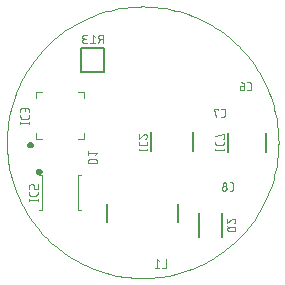
<source format=gbr>
G04 EAGLE Gerber RS-274X export*
G75*
%MOMM*%
%FSLAX35Y35*%
%LPD*%
%INsilk_bottom*%
%IPPOS*%
%AMOC8*
5,1,8,0,0,1.08239X$1,22.5*%
G01*
%ADD10C,0.010000*%
%ADD11C,0.050800*%
%ADD12C,0.127000*%
%ADD13C,0.101600*%
%ADD14C,0.300000*%
%ADD15C,0.152400*%


D10*
X-1150000Y0D02*
X-1149654Y28222D01*
X-1148615Y56428D01*
X-1146884Y84599D01*
X-1144462Y112720D01*
X-1141351Y140772D01*
X-1137553Y168740D01*
X-1133069Y196606D01*
X-1127903Y224354D01*
X-1122057Y251966D01*
X-1115536Y279427D01*
X-1108342Y306720D01*
X-1100481Y333827D01*
X-1091957Y360734D01*
X-1082776Y387423D01*
X-1072942Y413879D01*
X-1062461Y440086D01*
X-1051341Y466028D01*
X-1039588Y491688D01*
X-1027208Y517053D01*
X-1014209Y542106D01*
X-1000600Y566833D01*
X-986388Y591218D01*
X-971582Y615247D01*
X-956190Y638906D01*
X-940223Y662179D01*
X-923689Y685054D01*
X-906598Y707516D01*
X-888962Y729552D01*
X-870790Y751149D01*
X-852094Y772293D01*
X-832884Y792972D01*
X-813173Y813173D01*
X-792972Y832884D01*
X-772293Y852094D01*
X-751149Y870790D01*
X-729552Y888962D01*
X-707516Y906598D01*
X-685054Y923689D01*
X-662179Y940223D01*
X-638906Y956190D01*
X-615247Y971582D01*
X-591218Y986388D01*
X-566833Y1000600D01*
X-542106Y1014209D01*
X-517053Y1027208D01*
X-491688Y1039588D01*
X-466028Y1051341D01*
X-440086Y1062461D01*
X-413879Y1072942D01*
X-387423Y1082776D01*
X-360734Y1091957D01*
X-333827Y1100481D01*
X-306720Y1108342D01*
X-279427Y1115536D01*
X-251966Y1122057D01*
X-224354Y1127903D01*
X-196606Y1133069D01*
X-168740Y1137553D01*
X-140772Y1141351D01*
X-112720Y1144462D01*
X-84599Y1146884D01*
X-56428Y1148615D01*
X-28222Y1149654D01*
X0Y1150000D01*
X28222Y1149654D01*
X56428Y1148615D01*
X84599Y1146884D01*
X112720Y1144462D01*
X140772Y1141351D01*
X168740Y1137553D01*
X196606Y1133069D01*
X224354Y1127903D01*
X251966Y1122057D01*
X279427Y1115536D01*
X306720Y1108342D01*
X333827Y1100481D01*
X360734Y1091957D01*
X387423Y1082776D01*
X413879Y1072942D01*
X440086Y1062461D01*
X466028Y1051341D01*
X491688Y1039588D01*
X517053Y1027208D01*
X542106Y1014209D01*
X566833Y1000600D01*
X591218Y986388D01*
X615247Y971582D01*
X638906Y956190D01*
X662179Y940223D01*
X685054Y923689D01*
X707516Y906598D01*
X729552Y888962D01*
X751149Y870790D01*
X772293Y852094D01*
X792972Y832884D01*
X813173Y813173D01*
X832884Y792972D01*
X852094Y772293D01*
X870790Y751149D01*
X888962Y729552D01*
X906598Y707516D01*
X923689Y685054D01*
X940223Y662179D01*
X956190Y638906D01*
X971582Y615247D01*
X986388Y591218D01*
X1000600Y566833D01*
X1014209Y542106D01*
X1027208Y517053D01*
X1039588Y491688D01*
X1051341Y466028D01*
X1062461Y440086D01*
X1072942Y413879D01*
X1082776Y387423D01*
X1091957Y360734D01*
X1100481Y333827D01*
X1108342Y306720D01*
X1115536Y279427D01*
X1122057Y251966D01*
X1127903Y224354D01*
X1133069Y196606D01*
X1137553Y168740D01*
X1141351Y140772D01*
X1144462Y112720D01*
X1146884Y84599D01*
X1148615Y56428D01*
X1149654Y28222D01*
X1150000Y0D01*
X1149654Y-28222D01*
X1148615Y-56428D01*
X1146884Y-84599D01*
X1144462Y-112720D01*
X1141351Y-140772D01*
X1137553Y-168740D01*
X1133069Y-196606D01*
X1127903Y-224354D01*
X1122057Y-251966D01*
X1115536Y-279427D01*
X1108342Y-306720D01*
X1100481Y-333827D01*
X1091957Y-360734D01*
X1082776Y-387423D01*
X1072942Y-413879D01*
X1062461Y-440086D01*
X1051341Y-466028D01*
X1039588Y-491688D01*
X1027208Y-517053D01*
X1014209Y-542106D01*
X1000600Y-566833D01*
X986388Y-591218D01*
X971582Y-615247D01*
X956190Y-638906D01*
X940223Y-662179D01*
X923689Y-685054D01*
X906598Y-707516D01*
X888962Y-729552D01*
X870790Y-751149D01*
X852094Y-772293D01*
X832884Y-792972D01*
X813173Y-813173D01*
X792972Y-832884D01*
X772293Y-852094D01*
X751149Y-870790D01*
X729552Y-888962D01*
X707516Y-906598D01*
X685054Y-923689D01*
X662179Y-940223D01*
X638906Y-956190D01*
X615247Y-971582D01*
X591218Y-986388D01*
X566833Y-1000600D01*
X542106Y-1014209D01*
X517053Y-1027208D01*
X491688Y-1039588D01*
X466028Y-1051341D01*
X440086Y-1062461D01*
X413879Y-1072942D01*
X387423Y-1082776D01*
X360734Y-1091957D01*
X333827Y-1100481D01*
X306720Y-1108342D01*
X279427Y-1115536D01*
X251966Y-1122057D01*
X224354Y-1127903D01*
X196606Y-1133069D01*
X168740Y-1137553D01*
X140772Y-1141351D01*
X112720Y-1144462D01*
X84599Y-1146884D01*
X56428Y-1148615D01*
X28222Y-1149654D01*
X0Y-1150000D01*
X-28222Y-1149654D01*
X-56428Y-1148615D01*
X-84599Y-1146884D01*
X-112720Y-1144462D01*
X-140772Y-1141351D01*
X-168740Y-1137553D01*
X-196606Y-1133069D01*
X-224354Y-1127903D01*
X-251966Y-1122057D01*
X-279427Y-1115536D01*
X-306720Y-1108342D01*
X-333827Y-1100481D01*
X-360734Y-1091957D01*
X-387423Y-1082776D01*
X-413879Y-1072942D01*
X-440086Y-1062461D01*
X-466028Y-1051341D01*
X-491688Y-1039588D01*
X-517053Y-1027208D01*
X-542106Y-1014209D01*
X-566833Y-1000600D01*
X-591218Y-986388D01*
X-615247Y-971582D01*
X-638906Y-956190D01*
X-662179Y-940223D01*
X-685054Y-923689D01*
X-707516Y-906598D01*
X-729552Y-888962D01*
X-751149Y-870790D01*
X-772293Y-852094D01*
X-792972Y-832884D01*
X-813173Y-813173D01*
X-832884Y-792972D01*
X-852094Y-772293D01*
X-870790Y-751149D01*
X-888962Y-729552D01*
X-906598Y-707516D01*
X-923689Y-685054D01*
X-940223Y-662179D01*
X-956190Y-638906D01*
X-971582Y-615247D01*
X-986388Y-591218D01*
X-1000600Y-566833D01*
X-1014209Y-542106D01*
X-1027208Y-517053D01*
X-1039588Y-491688D01*
X-1051341Y-466028D01*
X-1062461Y-440086D01*
X-1072942Y-413879D01*
X-1082776Y-387423D01*
X-1091957Y-360734D01*
X-1100481Y-333827D01*
X-1108342Y-306720D01*
X-1115536Y-279427D01*
X-1122057Y-251966D01*
X-1127903Y-224354D01*
X-1133069Y-196606D01*
X-1137553Y-168740D01*
X-1141351Y-140772D01*
X-1144462Y-112720D01*
X-1146884Y-84599D01*
X-1148615Y-56428D01*
X-1149654Y-28222D01*
X-1150000Y0D01*
D11*
X886562Y440040D02*
X902100Y440040D01*
X902475Y440045D01*
X902851Y440058D01*
X903225Y440081D01*
X903600Y440113D01*
X903973Y440153D01*
X904345Y440203D01*
X904716Y440262D01*
X905085Y440329D01*
X905453Y440406D01*
X905818Y440492D01*
X906182Y440586D01*
X906543Y440689D01*
X906902Y440800D01*
X907257Y440921D01*
X907610Y441050D01*
X907959Y441187D01*
X908305Y441333D01*
X908648Y441487D01*
X908986Y441649D01*
X909321Y441820D01*
X909651Y441998D01*
X909977Y442185D01*
X910298Y442379D01*
X910615Y442581D01*
X910927Y442790D01*
X911233Y443007D01*
X911534Y443232D01*
X911830Y443463D01*
X912120Y443702D01*
X912404Y443948D01*
X912682Y444200D01*
X912953Y444459D01*
X913219Y444725D01*
X913478Y444996D01*
X913730Y445274D01*
X913976Y445558D01*
X914215Y445848D01*
X914446Y446144D01*
X914671Y446445D01*
X914888Y446751D01*
X915097Y447063D01*
X915299Y447380D01*
X915493Y447701D01*
X915680Y448027D01*
X915858Y448357D01*
X916029Y448692D01*
X916191Y449030D01*
X916345Y449373D01*
X916491Y449719D01*
X916628Y450068D01*
X916757Y450421D01*
X916878Y450776D01*
X916989Y451135D01*
X917092Y451496D01*
X917186Y451860D01*
X917272Y452225D01*
X917349Y452593D01*
X917416Y452962D01*
X917475Y453333D01*
X917525Y453705D01*
X917565Y454078D01*
X917597Y454453D01*
X917620Y454827D01*
X917633Y455203D01*
X917638Y455578D01*
X917638Y494422D01*
X917633Y494797D01*
X917620Y495173D01*
X917597Y495547D01*
X917565Y495922D01*
X917525Y496295D01*
X917475Y496667D01*
X917416Y497038D01*
X917349Y497407D01*
X917272Y497775D01*
X917186Y498140D01*
X917092Y498504D01*
X916989Y498865D01*
X916878Y499224D01*
X916757Y499579D01*
X916628Y499932D01*
X916491Y500281D01*
X916345Y500627D01*
X916191Y500970D01*
X916029Y501308D01*
X915858Y501643D01*
X915680Y501973D01*
X915493Y502299D01*
X915299Y502620D01*
X915097Y502937D01*
X914888Y503249D01*
X914671Y503555D01*
X914446Y503856D01*
X914215Y504152D01*
X913976Y504442D01*
X913730Y504726D01*
X913478Y505004D01*
X913219Y505275D01*
X912953Y505541D01*
X912682Y505800D01*
X912404Y506052D01*
X912120Y506298D01*
X911830Y506537D01*
X911534Y506768D01*
X911233Y506993D01*
X910927Y507210D01*
X910615Y507419D01*
X910298Y507621D01*
X909977Y507815D01*
X909651Y508002D01*
X909321Y508180D01*
X908986Y508351D01*
X908648Y508513D01*
X908305Y508667D01*
X907959Y508813D01*
X907610Y508950D01*
X907257Y509079D01*
X906902Y509200D01*
X906543Y509311D01*
X906182Y509414D01*
X905818Y509508D01*
X905453Y509594D01*
X905085Y509671D01*
X904716Y509738D01*
X904345Y509797D01*
X903973Y509847D01*
X903600Y509887D01*
X903225Y509919D01*
X902851Y509942D01*
X902475Y509955D01*
X902100Y509960D01*
X886562Y509960D01*
X861207Y478884D02*
X837900Y478884D01*
X837519Y478879D01*
X837138Y478865D01*
X836757Y478842D01*
X836377Y478809D01*
X835998Y478767D01*
X835620Y478716D01*
X835244Y478655D01*
X834869Y478585D01*
X834496Y478506D01*
X834125Y478418D01*
X833756Y478321D01*
X833390Y478215D01*
X833026Y478100D01*
X832665Y477976D01*
X832308Y477843D01*
X831954Y477701D01*
X831603Y477551D01*
X831257Y477392D01*
X830914Y477225D01*
X830576Y477049D01*
X830241Y476865D01*
X829912Y476673D01*
X829587Y476473D01*
X829268Y476265D01*
X828953Y476050D01*
X828644Y475826D01*
X828341Y475595D01*
X828043Y475357D01*
X827751Y475112D01*
X827465Y474859D01*
X827186Y474599D01*
X826913Y474333D01*
X826647Y474060D01*
X826387Y473781D01*
X826135Y473495D01*
X825889Y473203D01*
X825651Y472906D01*
X825420Y472602D01*
X825196Y472293D01*
X824981Y471979D01*
X824773Y471659D01*
X824573Y471334D01*
X824381Y471005D01*
X824197Y470671D01*
X824021Y470332D01*
X823854Y469990D01*
X823695Y469643D01*
X823545Y469292D01*
X823403Y468938D01*
X823270Y468581D01*
X823146Y468220D01*
X823031Y467857D01*
X822925Y467490D01*
X822828Y467122D01*
X822740Y466751D01*
X822661Y466378D01*
X822591Y466003D01*
X822530Y465626D01*
X822479Y465248D01*
X822437Y464869D01*
X822404Y464489D01*
X822381Y464109D01*
X822367Y463728D01*
X822362Y463346D01*
X822362Y463347D02*
X822362Y459462D01*
X822368Y458989D01*
X822385Y458516D01*
X822414Y458044D01*
X822454Y457573D01*
X822506Y457103D01*
X822569Y456634D01*
X822644Y456167D01*
X822729Y455702D01*
X822827Y455239D01*
X822935Y454779D01*
X823055Y454321D01*
X823185Y453867D01*
X823327Y453415D01*
X823480Y452968D01*
X823644Y452524D01*
X823818Y452084D01*
X824003Y451649D01*
X824198Y451218D01*
X824404Y450792D01*
X824621Y450372D01*
X824847Y449957D01*
X825084Y449547D01*
X825330Y449143D01*
X825586Y448746D01*
X825852Y448354D01*
X826127Y447970D01*
X826412Y447592D01*
X826705Y447221D01*
X827008Y446857D01*
X827319Y446501D01*
X827639Y446153D01*
X827967Y445812D01*
X828304Y445480D01*
X828648Y445156D01*
X829000Y444840D01*
X829360Y444533D01*
X829727Y444235D01*
X830102Y443946D01*
X830483Y443666D01*
X830871Y443396D01*
X831266Y443135D01*
X831666Y442884D01*
X832073Y442642D01*
X832485Y442411D01*
X832903Y442189D01*
X833327Y441978D01*
X833755Y441777D01*
X834188Y441587D01*
X834625Y441407D01*
X835067Y441238D01*
X835513Y441080D01*
X835962Y440933D01*
X836415Y440797D01*
X836872Y440672D01*
X837331Y440557D01*
X837792Y440455D01*
X838256Y440363D01*
X838722Y440283D01*
X839190Y440214D01*
X839660Y440157D01*
X840131Y440111D01*
X840602Y440076D01*
X841075Y440053D01*
X841548Y440041D01*
X842020Y440041D01*
X842493Y440053D01*
X842966Y440076D01*
X843437Y440111D01*
X843908Y440157D01*
X844378Y440214D01*
X844846Y440283D01*
X845312Y440363D01*
X845776Y440455D01*
X846237Y440557D01*
X846696Y440672D01*
X847153Y440797D01*
X847606Y440933D01*
X848055Y441080D01*
X848501Y441238D01*
X848943Y441407D01*
X849380Y441587D01*
X849813Y441777D01*
X850241Y441978D01*
X850665Y442189D01*
X851083Y442411D01*
X851495Y442642D01*
X851902Y442884D01*
X852302Y443135D01*
X852697Y443396D01*
X853085Y443666D01*
X853466Y443946D01*
X853841Y444235D01*
X854208Y444533D01*
X854568Y444840D01*
X854920Y445156D01*
X855264Y445480D01*
X855601Y445812D01*
X855929Y446153D01*
X856249Y446501D01*
X856560Y446857D01*
X856863Y447221D01*
X857156Y447592D01*
X857441Y447970D01*
X857716Y448354D01*
X857982Y448746D01*
X858238Y449143D01*
X858484Y449547D01*
X858721Y449957D01*
X858947Y450372D01*
X859164Y450792D01*
X859370Y451218D01*
X859565Y451649D01*
X859750Y452084D01*
X859924Y452524D01*
X860088Y452968D01*
X860241Y453415D01*
X860383Y453867D01*
X860513Y454321D01*
X860633Y454779D01*
X860741Y455239D01*
X860839Y455702D01*
X860924Y456167D01*
X860999Y456634D01*
X861062Y457103D01*
X861114Y457573D01*
X861154Y458044D01*
X861183Y458516D01*
X861200Y458989D01*
X861206Y459462D01*
X861207Y459462D02*
X861207Y478884D01*
X861198Y479647D01*
X861170Y480409D01*
X861123Y481170D01*
X861057Y481930D01*
X860973Y482688D01*
X860871Y483444D01*
X860749Y484197D01*
X860610Y484947D01*
X860452Y485693D01*
X860276Y486435D01*
X860081Y487172D01*
X859869Y487905D01*
X859639Y488632D01*
X859390Y489353D01*
X859125Y490068D01*
X858842Y490776D01*
X858541Y491477D01*
X858223Y492171D01*
X857889Y492856D01*
X857538Y493533D01*
X857170Y494201D01*
X856786Y494860D01*
X856386Y495509D01*
X855970Y496149D01*
X855538Y496778D01*
X855092Y497396D01*
X854630Y498003D01*
X854153Y498598D01*
X853662Y499182D01*
X853157Y499753D01*
X852638Y500312D01*
X852105Y500858D01*
X851559Y501390D01*
X851001Y501910D01*
X850429Y502415D01*
X849846Y502906D01*
X849250Y503382D01*
X848643Y503844D01*
X848025Y504291D01*
X847396Y504723D01*
X846757Y505138D01*
X846108Y505539D01*
X845449Y505923D01*
X844781Y506290D01*
X844104Y506642D01*
X843418Y506976D01*
X842725Y507294D01*
X842024Y507594D01*
X841316Y507878D01*
X840601Y508143D01*
X839879Y508391D01*
X839152Y508622D01*
X838420Y508834D01*
X837682Y509029D01*
X836940Y509205D01*
X836194Y509363D01*
X835444Y509502D01*
X834691Y509624D01*
X833936Y509726D01*
X833178Y509810D01*
X832418Y509876D01*
X831656Y509923D01*
X830894Y509951D01*
X830132Y509960D01*
X-390040Y-179297D02*
X-459960Y-179297D01*
X-390040Y-179297D02*
X-390040Y-159875D01*
X-390046Y-159406D01*
X-390063Y-158937D01*
X-390091Y-158468D01*
X-390131Y-158000D01*
X-390182Y-157534D01*
X-390244Y-157069D01*
X-390317Y-156605D01*
X-390402Y-156143D01*
X-390498Y-155684D01*
X-390604Y-155227D01*
X-390722Y-154772D01*
X-390851Y-154321D01*
X-390991Y-153873D01*
X-391141Y-153428D01*
X-391302Y-152988D01*
X-391474Y-152551D01*
X-391656Y-152118D01*
X-391849Y-151690D01*
X-392052Y-151267D01*
X-392265Y-150849D01*
X-392488Y-150436D01*
X-392721Y-150028D01*
X-392964Y-149627D01*
X-393216Y-149231D01*
X-393478Y-148841D01*
X-393749Y-148458D01*
X-394030Y-148082D01*
X-394319Y-147713D01*
X-394618Y-147350D01*
X-394925Y-146995D01*
X-395240Y-146648D01*
X-395564Y-146308D01*
X-395896Y-145976D01*
X-396236Y-145652D01*
X-396583Y-145337D01*
X-396938Y-145030D01*
X-397301Y-144731D01*
X-397670Y-144442D01*
X-398046Y-144161D01*
X-398429Y-143890D01*
X-398819Y-143628D01*
X-399215Y-143376D01*
X-399616Y-143133D01*
X-400024Y-142900D01*
X-400437Y-142677D01*
X-400855Y-142464D01*
X-401278Y-142261D01*
X-401706Y-142068D01*
X-402139Y-141886D01*
X-402576Y-141714D01*
X-403016Y-141553D01*
X-403461Y-141403D01*
X-403909Y-141263D01*
X-404360Y-141134D01*
X-404815Y-141016D01*
X-405272Y-140910D01*
X-405731Y-140814D01*
X-406193Y-140729D01*
X-406657Y-140656D01*
X-407122Y-140594D01*
X-407588Y-140543D01*
X-408056Y-140503D01*
X-408525Y-140475D01*
X-408994Y-140458D01*
X-409463Y-140452D01*
X-409463Y-140453D02*
X-440538Y-140453D01*
X-441007Y-140459D01*
X-441476Y-140476D01*
X-441945Y-140504D01*
X-442413Y-140544D01*
X-442879Y-140595D01*
X-443344Y-140657D01*
X-443808Y-140730D01*
X-444270Y-140815D01*
X-444729Y-140911D01*
X-445186Y-141017D01*
X-445640Y-141135D01*
X-446092Y-141264D01*
X-446540Y-141404D01*
X-446984Y-141554D01*
X-447425Y-141715D01*
X-447862Y-141887D01*
X-448295Y-142069D01*
X-448723Y-142262D01*
X-449146Y-142465D01*
X-449564Y-142678D01*
X-449977Y-142901D01*
X-450384Y-143134D01*
X-450786Y-143377D01*
X-451182Y-143629D01*
X-451571Y-143891D01*
X-451954Y-144162D01*
X-452330Y-144443D01*
X-452700Y-144732D01*
X-453062Y-145031D01*
X-453417Y-145338D01*
X-453765Y-145653D01*
X-454105Y-145977D01*
X-454436Y-146309D01*
X-454760Y-146648D01*
X-455076Y-146996D01*
X-455383Y-147351D01*
X-455681Y-147713D01*
X-455970Y-148083D01*
X-456251Y-148459D01*
X-456522Y-148842D01*
X-456784Y-149232D01*
X-457036Y-149627D01*
X-457279Y-150029D01*
X-457512Y-150436D01*
X-457735Y-150849D01*
X-457949Y-151268D01*
X-458151Y-151691D01*
X-458344Y-152119D01*
X-458526Y-152551D01*
X-458698Y-152988D01*
X-458859Y-153429D01*
X-459009Y-153874D01*
X-459149Y-154322D01*
X-459278Y-154773D01*
X-459396Y-155227D01*
X-459502Y-155684D01*
X-459598Y-156144D01*
X-459683Y-156605D01*
X-459756Y-157069D01*
X-459818Y-157534D01*
X-459869Y-158001D01*
X-459909Y-158468D01*
X-459937Y-158937D01*
X-459954Y-159406D01*
X-459960Y-159875D01*
X-459960Y-179297D01*
X-405578Y-109547D02*
X-390040Y-90125D01*
X-459960Y-90125D01*
X-459960Y-109547D02*
X-459960Y-70703D01*
D12*
X70000Y-75000D02*
X70000Y85000D01*
X430000Y85000D02*
X430000Y-75000D01*
D11*
X34960Y-60952D02*
X-34960Y-60952D01*
X-34960Y-68721D02*
X-34960Y-53183D01*
X34960Y-53183D02*
X34960Y-68721D01*
X-34960Y-11018D02*
X-34960Y4520D01*
X-34961Y-11018D02*
X-34956Y-11393D01*
X-34943Y-11769D01*
X-34920Y-12143D01*
X-34888Y-12518D01*
X-34848Y-12891D01*
X-34798Y-13263D01*
X-34739Y-13634D01*
X-34672Y-14003D01*
X-34595Y-14371D01*
X-34509Y-14736D01*
X-34415Y-15100D01*
X-34312Y-15461D01*
X-34201Y-15820D01*
X-34080Y-16175D01*
X-33951Y-16528D01*
X-33814Y-16877D01*
X-33668Y-17223D01*
X-33514Y-17566D01*
X-33352Y-17904D01*
X-33181Y-18239D01*
X-33003Y-18569D01*
X-32816Y-18895D01*
X-32622Y-19216D01*
X-32420Y-19533D01*
X-32211Y-19845D01*
X-31994Y-20151D01*
X-31769Y-20452D01*
X-31538Y-20748D01*
X-31299Y-21038D01*
X-31053Y-21322D01*
X-30801Y-21600D01*
X-30542Y-21871D01*
X-30276Y-22137D01*
X-30005Y-22396D01*
X-29727Y-22648D01*
X-29443Y-22894D01*
X-29153Y-23133D01*
X-28857Y-23364D01*
X-28556Y-23589D01*
X-28250Y-23806D01*
X-27938Y-24015D01*
X-27621Y-24217D01*
X-27300Y-24411D01*
X-26974Y-24598D01*
X-26644Y-24776D01*
X-26309Y-24947D01*
X-25971Y-25109D01*
X-25628Y-25263D01*
X-25282Y-25409D01*
X-24933Y-25546D01*
X-24580Y-25675D01*
X-24225Y-25796D01*
X-23866Y-25907D01*
X-23505Y-26010D01*
X-23141Y-26104D01*
X-22776Y-26190D01*
X-22408Y-26267D01*
X-22039Y-26334D01*
X-21668Y-26393D01*
X-21296Y-26443D01*
X-20923Y-26483D01*
X-20548Y-26515D01*
X-20174Y-26538D01*
X-19798Y-26551D01*
X-19423Y-26556D01*
X-19423Y-26555D02*
X19422Y-26555D01*
X19803Y-26550D01*
X20184Y-26536D01*
X20565Y-26513D01*
X20945Y-26480D01*
X21324Y-26438D01*
X21702Y-26387D01*
X22078Y-26326D01*
X22453Y-26256D01*
X22826Y-26177D01*
X23197Y-26089D01*
X23566Y-25992D01*
X23932Y-25886D01*
X24296Y-25771D01*
X24657Y-25647D01*
X25014Y-25514D01*
X25368Y-25372D01*
X25719Y-25222D01*
X26065Y-25063D01*
X26408Y-24896D01*
X26746Y-24720D01*
X27081Y-24536D01*
X27410Y-24344D01*
X27735Y-24144D01*
X28054Y-23936D01*
X28369Y-23721D01*
X28678Y-23497D01*
X28981Y-23266D01*
X29279Y-23028D01*
X29571Y-22783D01*
X29857Y-22530D01*
X30136Y-22270D01*
X30409Y-22004D01*
X30675Y-21731D01*
X30935Y-21452D01*
X31187Y-21166D01*
X31433Y-20874D01*
X31671Y-20577D01*
X31902Y-20273D01*
X32126Y-19964D01*
X32341Y-19650D01*
X32549Y-19330D01*
X32749Y-19005D01*
X32941Y-18676D01*
X33125Y-18342D01*
X33301Y-18003D01*
X33468Y-17661D01*
X33627Y-17314D01*
X33777Y-16963D01*
X33919Y-16609D01*
X34052Y-16252D01*
X34176Y-15891D01*
X34291Y-15528D01*
X34397Y-15161D01*
X34494Y-14793D01*
X34582Y-14422D01*
X34661Y-14049D01*
X34731Y-13674D01*
X34792Y-13297D01*
X34843Y-12919D01*
X34885Y-12540D01*
X34918Y-12160D01*
X34941Y-11780D01*
X34955Y-11399D01*
X34960Y-11017D01*
X34960Y-11018D02*
X34960Y4520D01*
X34960Y51240D02*
X34955Y51662D01*
X34940Y52085D01*
X34914Y52506D01*
X34878Y52927D01*
X34833Y53347D01*
X34777Y53766D01*
X34710Y54183D01*
X34634Y54598D01*
X34548Y55012D01*
X34452Y55423D01*
X34346Y55832D01*
X34230Y56238D01*
X34104Y56642D01*
X33969Y57042D01*
X33824Y57438D01*
X33670Y57832D01*
X33506Y58221D01*
X33332Y58606D01*
X33150Y58987D01*
X32958Y59363D01*
X32757Y59735D01*
X32547Y60102D01*
X32329Y60463D01*
X32101Y60819D01*
X31866Y61170D01*
X31622Y61514D01*
X31369Y61853D01*
X31109Y62186D01*
X30840Y62512D01*
X30564Y62831D01*
X30280Y63144D01*
X29989Y63450D01*
X29690Y63749D01*
X29384Y64040D01*
X29071Y64324D01*
X28752Y64600D01*
X28426Y64869D01*
X28093Y65129D01*
X27754Y65382D01*
X27410Y65626D01*
X27059Y65861D01*
X26703Y66089D01*
X26342Y66307D01*
X25975Y66517D01*
X25603Y66718D01*
X25227Y66910D01*
X24846Y67092D01*
X24461Y67266D01*
X24072Y67430D01*
X23678Y67584D01*
X23282Y67729D01*
X22882Y67864D01*
X22478Y67990D01*
X22072Y68106D01*
X21663Y68212D01*
X21252Y68308D01*
X20838Y68394D01*
X20423Y68470D01*
X20006Y68537D01*
X19587Y68593D01*
X19167Y68638D01*
X18746Y68674D01*
X18325Y68700D01*
X17902Y68715D01*
X17480Y68720D01*
X34960Y51240D02*
X34953Y50697D01*
X34934Y50154D01*
X34901Y49612D01*
X34855Y49071D01*
X34796Y48531D01*
X34724Y47993D01*
X34639Y47456D01*
X34541Y46922D01*
X34430Y46390D01*
X34306Y45862D01*
X34170Y45336D01*
X34021Y44814D01*
X33859Y44295D01*
X33685Y43781D01*
X33498Y43271D01*
X33300Y42765D01*
X33089Y42265D01*
X32866Y41770D01*
X32631Y41280D01*
X32384Y40796D01*
X32125Y40319D01*
X31856Y39847D01*
X31574Y39383D01*
X31282Y38925D01*
X30979Y38474D01*
X30665Y38031D01*
X30340Y37596D01*
X30005Y37169D01*
X29659Y36750D01*
X29304Y36339D01*
X28939Y35937D01*
X28564Y35544D01*
X28180Y35160D01*
X27786Y34786D01*
X27384Y34421D01*
X26973Y34066D01*
X26553Y33721D01*
X26126Y33387D01*
X25690Y33062D01*
X25246Y32749D01*
X24796Y32446D01*
X24337Y32154D01*
X23872Y31874D01*
X23401Y31604D01*
X22923Y31347D01*
X22439Y31101D01*
X21949Y30866D01*
X21453Y30644D01*
X20953Y30433D01*
X20447Y30235D01*
X19937Y30049D01*
X19422Y29875D01*
X3885Y62893D02*
X4206Y63223D01*
X4536Y63545D01*
X4874Y63858D01*
X5219Y64163D01*
X5572Y64460D01*
X5931Y64748D01*
X6298Y65027D01*
X6671Y65296D01*
X7051Y65557D01*
X7437Y65808D01*
X7830Y66050D01*
X8228Y66282D01*
X8631Y66504D01*
X9040Y66716D01*
X9454Y66918D01*
X9873Y67110D01*
X10297Y67291D01*
X10724Y67462D01*
X11156Y67623D01*
X11592Y67773D01*
X12031Y67912D01*
X12474Y68040D01*
X12919Y68158D01*
X13367Y68264D01*
X13818Y68359D01*
X14271Y68444D01*
X14726Y68517D01*
X15182Y68579D01*
X15640Y68630D01*
X16099Y68669D01*
X16559Y68697D01*
X17019Y68714D01*
X17480Y68720D01*
X3884Y62893D02*
X-34960Y29876D01*
X-34960Y68720D01*
D13*
X-850000Y25000D02*
X-900000Y25000D01*
X-900000Y75000D01*
X-900000Y425000D02*
X-850000Y425000D01*
X-900000Y425000D02*
X-900000Y375000D01*
X-550000Y425000D02*
X-500000Y425000D01*
X-500000Y375000D01*
X-500000Y25000D02*
X-550000Y25000D01*
X-500000Y25000D02*
X-500000Y75000D01*
D14*
X-960000Y-25000D02*
X-959997Y-24755D01*
X-959988Y-24509D01*
X-959973Y-24264D01*
X-959952Y-24020D01*
X-959925Y-23776D01*
X-959892Y-23533D01*
X-959853Y-23290D01*
X-959808Y-23049D01*
X-959757Y-22809D01*
X-959700Y-22570D01*
X-959638Y-22333D01*
X-959569Y-22097D01*
X-959495Y-21863D01*
X-959415Y-21631D01*
X-959330Y-21401D01*
X-959239Y-21173D01*
X-959142Y-20948D01*
X-959040Y-20724D01*
X-958932Y-20504D01*
X-958819Y-20286D01*
X-958701Y-20071D01*
X-958577Y-19859D01*
X-958449Y-19650D01*
X-958315Y-19444D01*
X-958176Y-19242D01*
X-958032Y-19043D01*
X-957883Y-18848D01*
X-957730Y-18656D01*
X-957572Y-18468D01*
X-957410Y-18284D01*
X-957242Y-18105D01*
X-957071Y-17929D01*
X-956895Y-17758D01*
X-956716Y-17590D01*
X-956532Y-17428D01*
X-956344Y-17270D01*
X-956152Y-17117D01*
X-955957Y-16968D01*
X-955758Y-16824D01*
X-955556Y-16685D01*
X-955350Y-16551D01*
X-955141Y-16423D01*
X-954929Y-16299D01*
X-954714Y-16181D01*
X-954496Y-16068D01*
X-954276Y-15960D01*
X-954052Y-15858D01*
X-953827Y-15761D01*
X-953599Y-15670D01*
X-953369Y-15585D01*
X-953137Y-15505D01*
X-952903Y-15431D01*
X-952667Y-15362D01*
X-952430Y-15300D01*
X-952191Y-15243D01*
X-951951Y-15192D01*
X-951710Y-15147D01*
X-951467Y-15108D01*
X-951224Y-15075D01*
X-950980Y-15048D01*
X-950736Y-15027D01*
X-950491Y-15012D01*
X-950245Y-15003D01*
X-950000Y-15000D01*
X-949755Y-15003D01*
X-949509Y-15012D01*
X-949264Y-15027D01*
X-949020Y-15048D01*
X-948776Y-15075D01*
X-948533Y-15108D01*
X-948290Y-15147D01*
X-948049Y-15192D01*
X-947809Y-15243D01*
X-947570Y-15300D01*
X-947333Y-15362D01*
X-947097Y-15431D01*
X-946863Y-15505D01*
X-946631Y-15585D01*
X-946401Y-15670D01*
X-946173Y-15761D01*
X-945948Y-15858D01*
X-945724Y-15960D01*
X-945504Y-16068D01*
X-945286Y-16181D01*
X-945071Y-16299D01*
X-944859Y-16423D01*
X-944650Y-16551D01*
X-944444Y-16685D01*
X-944242Y-16824D01*
X-944043Y-16968D01*
X-943848Y-17117D01*
X-943656Y-17270D01*
X-943468Y-17428D01*
X-943284Y-17590D01*
X-943105Y-17758D01*
X-942929Y-17929D01*
X-942758Y-18105D01*
X-942590Y-18284D01*
X-942428Y-18468D01*
X-942270Y-18656D01*
X-942117Y-18848D01*
X-941968Y-19043D01*
X-941824Y-19242D01*
X-941685Y-19444D01*
X-941551Y-19650D01*
X-941423Y-19859D01*
X-941299Y-20071D01*
X-941181Y-20286D01*
X-941068Y-20504D01*
X-940960Y-20724D01*
X-940858Y-20948D01*
X-940761Y-21173D01*
X-940670Y-21401D01*
X-940585Y-21631D01*
X-940505Y-21863D01*
X-940431Y-22097D01*
X-940362Y-22333D01*
X-940300Y-22570D01*
X-940243Y-22809D01*
X-940192Y-23049D01*
X-940147Y-23290D01*
X-940108Y-23533D01*
X-940075Y-23776D01*
X-940048Y-24020D01*
X-940027Y-24264D01*
X-940012Y-24509D01*
X-940003Y-24755D01*
X-940000Y-25000D01*
X-940003Y-25245D01*
X-940012Y-25491D01*
X-940027Y-25736D01*
X-940048Y-25980D01*
X-940075Y-26224D01*
X-940108Y-26467D01*
X-940147Y-26710D01*
X-940192Y-26951D01*
X-940243Y-27191D01*
X-940300Y-27430D01*
X-940362Y-27667D01*
X-940431Y-27903D01*
X-940505Y-28137D01*
X-940585Y-28369D01*
X-940670Y-28599D01*
X-940761Y-28827D01*
X-940858Y-29052D01*
X-940960Y-29276D01*
X-941068Y-29496D01*
X-941181Y-29714D01*
X-941299Y-29929D01*
X-941423Y-30141D01*
X-941551Y-30350D01*
X-941685Y-30556D01*
X-941824Y-30758D01*
X-941968Y-30957D01*
X-942117Y-31152D01*
X-942270Y-31344D01*
X-942428Y-31532D01*
X-942590Y-31716D01*
X-942758Y-31895D01*
X-942929Y-32071D01*
X-943105Y-32242D01*
X-943284Y-32410D01*
X-943468Y-32572D01*
X-943656Y-32730D01*
X-943848Y-32883D01*
X-944043Y-33032D01*
X-944242Y-33176D01*
X-944444Y-33315D01*
X-944650Y-33449D01*
X-944859Y-33577D01*
X-945071Y-33701D01*
X-945286Y-33819D01*
X-945504Y-33932D01*
X-945724Y-34040D01*
X-945948Y-34142D01*
X-946173Y-34239D01*
X-946401Y-34330D01*
X-946631Y-34415D01*
X-946863Y-34495D01*
X-947097Y-34569D01*
X-947333Y-34638D01*
X-947570Y-34700D01*
X-947809Y-34757D01*
X-948049Y-34808D01*
X-948290Y-34853D01*
X-948533Y-34892D01*
X-948776Y-34925D01*
X-949020Y-34952D01*
X-949264Y-34973D01*
X-949509Y-34988D01*
X-949755Y-34997D01*
X-950000Y-35000D01*
X-950245Y-34997D01*
X-950491Y-34988D01*
X-950736Y-34973D01*
X-950980Y-34952D01*
X-951224Y-34925D01*
X-951467Y-34892D01*
X-951710Y-34853D01*
X-951951Y-34808D01*
X-952191Y-34757D01*
X-952430Y-34700D01*
X-952667Y-34638D01*
X-952903Y-34569D01*
X-953137Y-34495D01*
X-953369Y-34415D01*
X-953599Y-34330D01*
X-953827Y-34239D01*
X-954052Y-34142D01*
X-954276Y-34040D01*
X-954496Y-33932D01*
X-954714Y-33819D01*
X-954929Y-33701D01*
X-955141Y-33577D01*
X-955350Y-33449D01*
X-955556Y-33315D01*
X-955758Y-33176D01*
X-955957Y-33032D01*
X-956152Y-32883D01*
X-956344Y-32730D01*
X-956532Y-32572D01*
X-956716Y-32410D01*
X-956895Y-32242D01*
X-957071Y-32071D01*
X-957242Y-31895D01*
X-957410Y-31716D01*
X-957572Y-31532D01*
X-957730Y-31344D01*
X-957883Y-31152D01*
X-958032Y-30957D01*
X-958176Y-30758D01*
X-958315Y-30556D01*
X-958449Y-30350D01*
X-958577Y-30141D01*
X-958701Y-29929D01*
X-958819Y-29714D01*
X-958932Y-29496D01*
X-959040Y-29276D01*
X-959142Y-29052D01*
X-959239Y-28827D01*
X-959330Y-28599D01*
X-959415Y-28369D01*
X-959495Y-28137D01*
X-959569Y-27903D01*
X-959638Y-27667D01*
X-959700Y-27430D01*
X-959757Y-27191D01*
X-959808Y-26951D01*
X-959853Y-26710D01*
X-959892Y-26467D01*
X-959925Y-26224D01*
X-959952Y-25980D01*
X-959973Y-25736D01*
X-959988Y-25491D01*
X-959997Y-25245D01*
X-960000Y-25000D01*
D11*
X-965040Y164048D02*
X-1034960Y164048D01*
X-1034960Y156280D02*
X-1034960Y171817D01*
X-965040Y171817D02*
X-965040Y156280D01*
X-1034960Y213983D02*
X-1034960Y229521D01*
X-1034961Y213983D02*
X-1034956Y213608D01*
X-1034943Y213232D01*
X-1034920Y212858D01*
X-1034888Y212483D01*
X-1034848Y212110D01*
X-1034798Y211738D01*
X-1034739Y211367D01*
X-1034672Y210998D01*
X-1034595Y210630D01*
X-1034509Y210265D01*
X-1034415Y209901D01*
X-1034312Y209540D01*
X-1034201Y209181D01*
X-1034080Y208826D01*
X-1033951Y208473D01*
X-1033814Y208124D01*
X-1033668Y207778D01*
X-1033514Y207435D01*
X-1033352Y207097D01*
X-1033181Y206762D01*
X-1033003Y206432D01*
X-1032816Y206106D01*
X-1032622Y205785D01*
X-1032420Y205468D01*
X-1032211Y205156D01*
X-1031994Y204850D01*
X-1031769Y204549D01*
X-1031538Y204253D01*
X-1031299Y203963D01*
X-1031053Y203679D01*
X-1030801Y203401D01*
X-1030542Y203130D01*
X-1030276Y202864D01*
X-1030005Y202605D01*
X-1029727Y202353D01*
X-1029443Y202107D01*
X-1029153Y201868D01*
X-1028857Y201637D01*
X-1028556Y201412D01*
X-1028250Y201195D01*
X-1027938Y200986D01*
X-1027621Y200784D01*
X-1027300Y200590D01*
X-1026974Y200403D01*
X-1026644Y200225D01*
X-1026309Y200054D01*
X-1025971Y199892D01*
X-1025628Y199738D01*
X-1025282Y199592D01*
X-1024933Y199455D01*
X-1024580Y199326D01*
X-1024225Y199205D01*
X-1023866Y199094D01*
X-1023505Y198991D01*
X-1023141Y198897D01*
X-1022776Y198811D01*
X-1022408Y198734D01*
X-1022039Y198667D01*
X-1021668Y198608D01*
X-1021296Y198558D01*
X-1020923Y198518D01*
X-1020548Y198486D01*
X-1020174Y198463D01*
X-1019798Y198450D01*
X-1019423Y198445D01*
X-980578Y198445D01*
X-980197Y198450D01*
X-979816Y198464D01*
X-979435Y198487D01*
X-979055Y198520D01*
X-978676Y198562D01*
X-978298Y198613D01*
X-977922Y198674D01*
X-977547Y198744D01*
X-977174Y198823D01*
X-976803Y198911D01*
X-976434Y199008D01*
X-976068Y199114D01*
X-975704Y199229D01*
X-975344Y199353D01*
X-974986Y199486D01*
X-974632Y199628D01*
X-974282Y199778D01*
X-973935Y199937D01*
X-973592Y200104D01*
X-973254Y200280D01*
X-972920Y200463D01*
X-972590Y200656D01*
X-972265Y200856D01*
X-971946Y201063D01*
X-971631Y201279D01*
X-971322Y201503D01*
X-971019Y201734D01*
X-970721Y201972D01*
X-970429Y202217D01*
X-970144Y202470D01*
X-969864Y202729D01*
X-969591Y202996D01*
X-969325Y203269D01*
X-969065Y203548D01*
X-968813Y203834D01*
X-968567Y204126D01*
X-968329Y204423D01*
X-968098Y204727D01*
X-967875Y205036D01*
X-967659Y205350D01*
X-967451Y205670D01*
X-967251Y205995D01*
X-967059Y206324D01*
X-966875Y206658D01*
X-966699Y206997D01*
X-966532Y207339D01*
X-966373Y207686D01*
X-966223Y208036D01*
X-966081Y208391D01*
X-965948Y208748D01*
X-965824Y209109D01*
X-965709Y209472D01*
X-965603Y209838D01*
X-965506Y210207D01*
X-965418Y210578D01*
X-965339Y210951D01*
X-965269Y211326D01*
X-965208Y211703D01*
X-965157Y212080D01*
X-965115Y212459D01*
X-965082Y212839D01*
X-965059Y213220D01*
X-965045Y213601D01*
X-965040Y213982D01*
X-965040Y213983D02*
X-965040Y229521D01*
X-1034960Y254876D02*
X-1034960Y274298D01*
X-1034954Y274771D01*
X-1034937Y275244D01*
X-1034908Y275716D01*
X-1034868Y276187D01*
X-1034816Y276657D01*
X-1034753Y277126D01*
X-1034678Y277593D01*
X-1034593Y278058D01*
X-1034495Y278521D01*
X-1034387Y278981D01*
X-1034267Y279439D01*
X-1034137Y279893D01*
X-1033995Y280345D01*
X-1033842Y280792D01*
X-1033678Y281236D01*
X-1033504Y281676D01*
X-1033319Y282111D01*
X-1033124Y282542D01*
X-1032918Y282968D01*
X-1032701Y283388D01*
X-1032475Y283803D01*
X-1032238Y284213D01*
X-1031992Y284617D01*
X-1031736Y285014D01*
X-1031470Y285406D01*
X-1031195Y285790D01*
X-1030910Y286168D01*
X-1030617Y286539D01*
X-1030314Y286903D01*
X-1030003Y287259D01*
X-1029683Y287607D01*
X-1029355Y287948D01*
X-1029018Y288280D01*
X-1028674Y288604D01*
X-1028322Y288920D01*
X-1027962Y289227D01*
X-1027595Y289525D01*
X-1027220Y289814D01*
X-1026839Y290094D01*
X-1026451Y290364D01*
X-1026056Y290625D01*
X-1025656Y290876D01*
X-1025249Y291118D01*
X-1024837Y291349D01*
X-1024419Y291571D01*
X-1023995Y291782D01*
X-1023567Y291983D01*
X-1023134Y292173D01*
X-1022697Y292353D01*
X-1022255Y292522D01*
X-1021809Y292680D01*
X-1021360Y292827D01*
X-1020907Y292963D01*
X-1020450Y293088D01*
X-1019991Y293203D01*
X-1019530Y293305D01*
X-1019066Y293397D01*
X-1018600Y293477D01*
X-1018132Y293546D01*
X-1017662Y293603D01*
X-1017191Y293649D01*
X-1016720Y293684D01*
X-1016247Y293707D01*
X-1015774Y293719D01*
X-1015302Y293719D01*
X-1014829Y293707D01*
X-1014356Y293684D01*
X-1013885Y293649D01*
X-1013414Y293603D01*
X-1012944Y293546D01*
X-1012476Y293477D01*
X-1012010Y293397D01*
X-1011546Y293305D01*
X-1011085Y293203D01*
X-1010626Y293088D01*
X-1010169Y292963D01*
X-1009716Y292827D01*
X-1009267Y292680D01*
X-1008821Y292522D01*
X-1008379Y292353D01*
X-1007942Y292173D01*
X-1007509Y291983D01*
X-1007081Y291782D01*
X-1006657Y291571D01*
X-1006239Y291349D01*
X-1005827Y291118D01*
X-1005420Y290876D01*
X-1005020Y290625D01*
X-1004625Y290364D01*
X-1004237Y290094D01*
X-1003856Y289814D01*
X-1003481Y289525D01*
X-1003114Y289227D01*
X-1002754Y288920D01*
X-1002402Y288604D01*
X-1002058Y288280D01*
X-1001721Y287948D01*
X-1001393Y287607D01*
X-1001073Y287259D01*
X-1000762Y286903D01*
X-1000459Y286539D01*
X-1000166Y286168D01*
X-999881Y285790D01*
X-999606Y285406D01*
X-999340Y285014D01*
X-999084Y284617D01*
X-998838Y284213D01*
X-998601Y283803D01*
X-998375Y283388D01*
X-998158Y282968D01*
X-997952Y282542D01*
X-997757Y282111D01*
X-997572Y281676D01*
X-997398Y281236D01*
X-997234Y280792D01*
X-997081Y280345D01*
X-996939Y279893D01*
X-996809Y279439D01*
X-996689Y278981D01*
X-996581Y278521D01*
X-996483Y278058D01*
X-996398Y277593D01*
X-996323Y277126D01*
X-996260Y276657D01*
X-996208Y276187D01*
X-996168Y275716D01*
X-996139Y275244D01*
X-996122Y274771D01*
X-996116Y274298D01*
X-965040Y278183D02*
X-965040Y254876D01*
X-965040Y278183D02*
X-965045Y278561D01*
X-965058Y278940D01*
X-965081Y279317D01*
X-965114Y279694D01*
X-965155Y280070D01*
X-965206Y280445D01*
X-965265Y280819D01*
X-965334Y281191D01*
X-965412Y281561D01*
X-965498Y281930D01*
X-965594Y282296D01*
X-965699Y282659D01*
X-965812Y283020D01*
X-965934Y283379D01*
X-966065Y283734D01*
X-966205Y284085D01*
X-966353Y284434D01*
X-966509Y284778D01*
X-966674Y285119D01*
X-966847Y285455D01*
X-967028Y285788D01*
X-967217Y286115D01*
X-967414Y286438D01*
X-967619Y286756D01*
X-967832Y287069D01*
X-968052Y287377D01*
X-968280Y287679D01*
X-968515Y287976D01*
X-968757Y288267D01*
X-969006Y288552D01*
X-969262Y288831D01*
X-969524Y289103D01*
X-969793Y289369D01*
X-970069Y289628D01*
X-970351Y289881D01*
X-970639Y290126D01*
X-970933Y290365D01*
X-971232Y290596D01*
X-971537Y290820D01*
X-971847Y291036D01*
X-972163Y291245D01*
X-972484Y291446D01*
X-972809Y291639D01*
X-973139Y291824D01*
X-973473Y292002D01*
X-973812Y292171D01*
X-974155Y292331D01*
X-974501Y292483D01*
X-974851Y292627D01*
X-975204Y292762D01*
X-975561Y292889D01*
X-975921Y293007D01*
X-976283Y293116D01*
X-976648Y293216D01*
X-977015Y293307D01*
X-977384Y293389D01*
X-977756Y293463D01*
X-978129Y293527D01*
X-978503Y293582D01*
X-978879Y293628D01*
X-979255Y293665D01*
X-979633Y293692D01*
X-980011Y293711D01*
X-980389Y293720D01*
X-980767Y293720D01*
X-981145Y293711D01*
X-981523Y293692D01*
X-981901Y293665D01*
X-982277Y293628D01*
X-982653Y293582D01*
X-983027Y293527D01*
X-983400Y293463D01*
X-983772Y293389D01*
X-984141Y293307D01*
X-984508Y293216D01*
X-984873Y293116D01*
X-985235Y293007D01*
X-985595Y292889D01*
X-985952Y292762D01*
X-986305Y292627D01*
X-986655Y292483D01*
X-987001Y292331D01*
X-987344Y292171D01*
X-987683Y292002D01*
X-988017Y291824D01*
X-988347Y291639D01*
X-988672Y291446D01*
X-988993Y291245D01*
X-989309Y291036D01*
X-989619Y290820D01*
X-989924Y290596D01*
X-990223Y290365D01*
X-990517Y290126D01*
X-990805Y289881D01*
X-991087Y289628D01*
X-991363Y289369D01*
X-991632Y289103D01*
X-991894Y288831D01*
X-992150Y288552D01*
X-992399Y288267D01*
X-992641Y287976D01*
X-992876Y287679D01*
X-993104Y287377D01*
X-993324Y287069D01*
X-993537Y286756D01*
X-993742Y286438D01*
X-993939Y286115D01*
X-994128Y285788D01*
X-994309Y285455D01*
X-994482Y285119D01*
X-994647Y284778D01*
X-994803Y284434D01*
X-994951Y284085D01*
X-995091Y283734D01*
X-995222Y283379D01*
X-995344Y283020D01*
X-995457Y282659D01*
X-995562Y282296D01*
X-995658Y281930D01*
X-995744Y281561D01*
X-995822Y281191D01*
X-995891Y280819D01*
X-995950Y280445D01*
X-996001Y280070D01*
X-996042Y279694D01*
X-996075Y279317D01*
X-996098Y278940D01*
X-996111Y278561D01*
X-996116Y278183D01*
X-996116Y262645D01*
D13*
X-550000Y-275000D02*
X-550000Y-575000D01*
X-850000Y-575000D02*
X-850000Y-275000D01*
D14*
X-885000Y-250000D02*
X-884997Y-249755D01*
X-884988Y-249509D01*
X-884973Y-249264D01*
X-884952Y-249020D01*
X-884925Y-248776D01*
X-884892Y-248533D01*
X-884853Y-248290D01*
X-884808Y-248049D01*
X-884757Y-247809D01*
X-884700Y-247570D01*
X-884638Y-247333D01*
X-884569Y-247097D01*
X-884495Y-246863D01*
X-884415Y-246631D01*
X-884330Y-246401D01*
X-884239Y-246173D01*
X-884142Y-245948D01*
X-884040Y-245724D01*
X-883932Y-245504D01*
X-883819Y-245286D01*
X-883701Y-245071D01*
X-883577Y-244859D01*
X-883449Y-244650D01*
X-883315Y-244444D01*
X-883176Y-244242D01*
X-883032Y-244043D01*
X-882883Y-243848D01*
X-882730Y-243656D01*
X-882572Y-243468D01*
X-882410Y-243284D01*
X-882242Y-243105D01*
X-882071Y-242929D01*
X-881895Y-242758D01*
X-881716Y-242590D01*
X-881532Y-242428D01*
X-881344Y-242270D01*
X-881152Y-242117D01*
X-880957Y-241968D01*
X-880758Y-241824D01*
X-880556Y-241685D01*
X-880350Y-241551D01*
X-880141Y-241423D01*
X-879929Y-241299D01*
X-879714Y-241181D01*
X-879496Y-241068D01*
X-879276Y-240960D01*
X-879052Y-240858D01*
X-878827Y-240761D01*
X-878599Y-240670D01*
X-878369Y-240585D01*
X-878137Y-240505D01*
X-877903Y-240431D01*
X-877667Y-240362D01*
X-877430Y-240300D01*
X-877191Y-240243D01*
X-876951Y-240192D01*
X-876710Y-240147D01*
X-876467Y-240108D01*
X-876224Y-240075D01*
X-875980Y-240048D01*
X-875736Y-240027D01*
X-875491Y-240012D01*
X-875245Y-240003D01*
X-875000Y-240000D01*
X-874755Y-240003D01*
X-874509Y-240012D01*
X-874264Y-240027D01*
X-874020Y-240048D01*
X-873776Y-240075D01*
X-873533Y-240108D01*
X-873290Y-240147D01*
X-873049Y-240192D01*
X-872809Y-240243D01*
X-872570Y-240300D01*
X-872333Y-240362D01*
X-872097Y-240431D01*
X-871863Y-240505D01*
X-871631Y-240585D01*
X-871401Y-240670D01*
X-871173Y-240761D01*
X-870948Y-240858D01*
X-870724Y-240960D01*
X-870504Y-241068D01*
X-870286Y-241181D01*
X-870071Y-241299D01*
X-869859Y-241423D01*
X-869650Y-241551D01*
X-869444Y-241685D01*
X-869242Y-241824D01*
X-869043Y-241968D01*
X-868848Y-242117D01*
X-868656Y-242270D01*
X-868468Y-242428D01*
X-868284Y-242590D01*
X-868105Y-242758D01*
X-867929Y-242929D01*
X-867758Y-243105D01*
X-867590Y-243284D01*
X-867428Y-243468D01*
X-867270Y-243656D01*
X-867117Y-243848D01*
X-866968Y-244043D01*
X-866824Y-244242D01*
X-866685Y-244444D01*
X-866551Y-244650D01*
X-866423Y-244859D01*
X-866299Y-245071D01*
X-866181Y-245286D01*
X-866068Y-245504D01*
X-865960Y-245724D01*
X-865858Y-245948D01*
X-865761Y-246173D01*
X-865670Y-246401D01*
X-865585Y-246631D01*
X-865505Y-246863D01*
X-865431Y-247097D01*
X-865362Y-247333D01*
X-865300Y-247570D01*
X-865243Y-247809D01*
X-865192Y-248049D01*
X-865147Y-248290D01*
X-865108Y-248533D01*
X-865075Y-248776D01*
X-865048Y-249020D01*
X-865027Y-249264D01*
X-865012Y-249509D01*
X-865003Y-249755D01*
X-865000Y-250000D01*
X-865003Y-250245D01*
X-865012Y-250491D01*
X-865027Y-250736D01*
X-865048Y-250980D01*
X-865075Y-251224D01*
X-865108Y-251467D01*
X-865147Y-251710D01*
X-865192Y-251951D01*
X-865243Y-252191D01*
X-865300Y-252430D01*
X-865362Y-252667D01*
X-865431Y-252903D01*
X-865505Y-253137D01*
X-865585Y-253369D01*
X-865670Y-253599D01*
X-865761Y-253827D01*
X-865858Y-254052D01*
X-865960Y-254276D01*
X-866068Y-254496D01*
X-866181Y-254714D01*
X-866299Y-254929D01*
X-866423Y-255141D01*
X-866551Y-255350D01*
X-866685Y-255556D01*
X-866824Y-255758D01*
X-866968Y-255957D01*
X-867117Y-256152D01*
X-867270Y-256344D01*
X-867428Y-256532D01*
X-867590Y-256716D01*
X-867758Y-256895D01*
X-867929Y-257071D01*
X-868105Y-257242D01*
X-868284Y-257410D01*
X-868468Y-257572D01*
X-868656Y-257730D01*
X-868848Y-257883D01*
X-869043Y-258032D01*
X-869242Y-258176D01*
X-869444Y-258315D01*
X-869650Y-258449D01*
X-869859Y-258577D01*
X-870071Y-258701D01*
X-870286Y-258819D01*
X-870504Y-258932D01*
X-870724Y-259040D01*
X-870948Y-259142D01*
X-871173Y-259239D01*
X-871401Y-259330D01*
X-871631Y-259415D01*
X-871863Y-259495D01*
X-872097Y-259569D01*
X-872333Y-259638D01*
X-872570Y-259700D01*
X-872809Y-259757D01*
X-873049Y-259808D01*
X-873290Y-259853D01*
X-873533Y-259892D01*
X-873776Y-259925D01*
X-874020Y-259952D01*
X-874264Y-259973D01*
X-874509Y-259988D01*
X-874755Y-259997D01*
X-875000Y-260000D01*
X-875245Y-259997D01*
X-875491Y-259988D01*
X-875736Y-259973D01*
X-875980Y-259952D01*
X-876224Y-259925D01*
X-876467Y-259892D01*
X-876710Y-259853D01*
X-876951Y-259808D01*
X-877191Y-259757D01*
X-877430Y-259700D01*
X-877667Y-259638D01*
X-877903Y-259569D01*
X-878137Y-259495D01*
X-878369Y-259415D01*
X-878599Y-259330D01*
X-878827Y-259239D01*
X-879052Y-259142D01*
X-879276Y-259040D01*
X-879496Y-258932D01*
X-879714Y-258819D01*
X-879929Y-258701D01*
X-880141Y-258577D01*
X-880350Y-258449D01*
X-880556Y-258315D01*
X-880758Y-258176D01*
X-880957Y-258032D01*
X-881152Y-257883D01*
X-881344Y-257730D01*
X-881532Y-257572D01*
X-881716Y-257410D01*
X-881895Y-257242D01*
X-882071Y-257071D01*
X-882242Y-256895D01*
X-882410Y-256716D01*
X-882572Y-256532D01*
X-882730Y-256344D01*
X-882883Y-256152D01*
X-883032Y-255957D01*
X-883176Y-255758D01*
X-883315Y-255556D01*
X-883449Y-255350D01*
X-883577Y-255141D01*
X-883701Y-254929D01*
X-883819Y-254714D01*
X-883932Y-254496D01*
X-884040Y-254276D01*
X-884142Y-254052D01*
X-884239Y-253827D01*
X-884330Y-253599D01*
X-884415Y-253369D01*
X-884495Y-253137D01*
X-884569Y-252903D01*
X-884638Y-252667D01*
X-884700Y-252430D01*
X-884757Y-252191D01*
X-884808Y-251951D01*
X-884853Y-251710D01*
X-884892Y-251467D01*
X-884925Y-251224D01*
X-884952Y-250980D01*
X-884973Y-250736D01*
X-884988Y-250491D01*
X-884997Y-250245D01*
X-885000Y-250000D01*
D13*
X-550000Y-575000D02*
X-520000Y-575000D01*
X-850000Y-575000D02*
X-880000Y-575000D01*
X-880000Y-275000D02*
X-850000Y-275000D01*
X-550000Y-275000D02*
X-520000Y-275000D01*
D11*
X-890040Y-485952D02*
X-959960Y-485952D01*
X-959960Y-493720D02*
X-959960Y-478183D01*
X-890040Y-478183D02*
X-890040Y-493720D01*
X-959960Y-436017D02*
X-959960Y-420479D01*
X-959961Y-436017D02*
X-959956Y-436392D01*
X-959943Y-436768D01*
X-959920Y-437142D01*
X-959888Y-437517D01*
X-959848Y-437890D01*
X-959798Y-438262D01*
X-959739Y-438633D01*
X-959672Y-439002D01*
X-959595Y-439370D01*
X-959509Y-439735D01*
X-959415Y-440099D01*
X-959312Y-440460D01*
X-959201Y-440819D01*
X-959080Y-441174D01*
X-958951Y-441527D01*
X-958814Y-441876D01*
X-958668Y-442222D01*
X-958514Y-442565D01*
X-958352Y-442903D01*
X-958181Y-443238D01*
X-958003Y-443568D01*
X-957816Y-443894D01*
X-957622Y-444215D01*
X-957420Y-444532D01*
X-957211Y-444844D01*
X-956994Y-445150D01*
X-956769Y-445451D01*
X-956538Y-445747D01*
X-956299Y-446037D01*
X-956053Y-446321D01*
X-955801Y-446599D01*
X-955542Y-446870D01*
X-955276Y-447136D01*
X-955005Y-447395D01*
X-954727Y-447647D01*
X-954443Y-447893D01*
X-954153Y-448132D01*
X-953857Y-448363D01*
X-953556Y-448588D01*
X-953250Y-448805D01*
X-952938Y-449014D01*
X-952621Y-449216D01*
X-952300Y-449410D01*
X-951974Y-449597D01*
X-951644Y-449775D01*
X-951309Y-449946D01*
X-950971Y-450108D01*
X-950628Y-450262D01*
X-950282Y-450408D01*
X-949933Y-450545D01*
X-949580Y-450674D01*
X-949225Y-450795D01*
X-948866Y-450906D01*
X-948505Y-451009D01*
X-948141Y-451103D01*
X-947776Y-451189D01*
X-947408Y-451266D01*
X-947039Y-451333D01*
X-946668Y-451392D01*
X-946296Y-451442D01*
X-945923Y-451482D01*
X-945548Y-451514D01*
X-945174Y-451537D01*
X-944798Y-451550D01*
X-944423Y-451555D01*
X-905578Y-451555D01*
X-905197Y-451550D01*
X-904816Y-451536D01*
X-904435Y-451513D01*
X-904055Y-451480D01*
X-903676Y-451438D01*
X-903298Y-451387D01*
X-902922Y-451326D01*
X-902547Y-451256D01*
X-902174Y-451177D01*
X-901803Y-451089D01*
X-901434Y-450992D01*
X-901068Y-450886D01*
X-900704Y-450771D01*
X-900344Y-450647D01*
X-899986Y-450514D01*
X-899632Y-450372D01*
X-899282Y-450222D01*
X-898935Y-450063D01*
X-898592Y-449896D01*
X-898254Y-449720D01*
X-897920Y-449537D01*
X-897590Y-449344D01*
X-897265Y-449144D01*
X-896946Y-448937D01*
X-896631Y-448721D01*
X-896322Y-448497D01*
X-896019Y-448266D01*
X-895721Y-448028D01*
X-895429Y-447783D01*
X-895144Y-447530D01*
X-894864Y-447271D01*
X-894591Y-447004D01*
X-894325Y-446731D01*
X-894065Y-446452D01*
X-893813Y-446166D01*
X-893567Y-445874D01*
X-893329Y-445577D01*
X-893098Y-445273D01*
X-892875Y-444964D01*
X-892659Y-444650D01*
X-892451Y-444330D01*
X-892251Y-444005D01*
X-892059Y-443676D01*
X-891875Y-443342D01*
X-891699Y-443003D01*
X-891532Y-442661D01*
X-891373Y-442314D01*
X-891223Y-441964D01*
X-891081Y-441609D01*
X-890948Y-441252D01*
X-890824Y-440891D01*
X-890709Y-440528D01*
X-890603Y-440162D01*
X-890506Y-439793D01*
X-890418Y-439422D01*
X-890339Y-439049D01*
X-890269Y-438674D01*
X-890208Y-438297D01*
X-890157Y-437920D01*
X-890115Y-437541D01*
X-890082Y-437161D01*
X-890059Y-436780D01*
X-890045Y-436399D01*
X-890040Y-436018D01*
X-890040Y-436017D02*
X-890040Y-420479D01*
X-959960Y-395124D02*
X-959960Y-371817D01*
X-959955Y-371436D01*
X-959941Y-371055D01*
X-959918Y-370674D01*
X-959885Y-370294D01*
X-959843Y-369915D01*
X-959792Y-369537D01*
X-959731Y-369161D01*
X-959661Y-368786D01*
X-959582Y-368413D01*
X-959494Y-368042D01*
X-959397Y-367673D01*
X-959291Y-367307D01*
X-959176Y-366943D01*
X-959052Y-366583D01*
X-958919Y-366225D01*
X-958777Y-365871D01*
X-958627Y-365521D01*
X-958468Y-365174D01*
X-958301Y-364831D01*
X-958125Y-364493D01*
X-957942Y-364159D01*
X-957749Y-363829D01*
X-957549Y-363504D01*
X-957342Y-363185D01*
X-957126Y-362870D01*
X-956902Y-362561D01*
X-956671Y-362258D01*
X-956433Y-361960D01*
X-956188Y-361668D01*
X-955935Y-361383D01*
X-955676Y-361103D01*
X-955409Y-360830D01*
X-955136Y-360564D01*
X-954857Y-360304D01*
X-954571Y-360052D01*
X-954279Y-359806D01*
X-953982Y-359568D01*
X-953678Y-359337D01*
X-953369Y-359114D01*
X-953055Y-358898D01*
X-952735Y-358690D01*
X-952410Y-358490D01*
X-952081Y-358298D01*
X-951747Y-358114D01*
X-951408Y-357938D01*
X-951066Y-357771D01*
X-950719Y-357612D01*
X-950369Y-357462D01*
X-950014Y-357320D01*
X-949657Y-357187D01*
X-949296Y-357063D01*
X-948933Y-356948D01*
X-948567Y-356842D01*
X-948198Y-356745D01*
X-947827Y-356657D01*
X-947454Y-356578D01*
X-947079Y-356508D01*
X-946702Y-356447D01*
X-946325Y-356396D01*
X-945946Y-356354D01*
X-945566Y-356321D01*
X-945185Y-356298D01*
X-944804Y-356284D01*
X-944423Y-356279D01*
X-936653Y-356279D01*
X-936278Y-356284D01*
X-935902Y-356297D01*
X-935528Y-356320D01*
X-935153Y-356352D01*
X-934780Y-356392D01*
X-934408Y-356442D01*
X-934037Y-356501D01*
X-933668Y-356568D01*
X-933300Y-356645D01*
X-932935Y-356731D01*
X-932571Y-356825D01*
X-932210Y-356928D01*
X-931851Y-357039D01*
X-931496Y-357160D01*
X-931143Y-357289D01*
X-930794Y-357426D01*
X-930448Y-357572D01*
X-930105Y-357726D01*
X-929767Y-357888D01*
X-929432Y-358059D01*
X-929102Y-358237D01*
X-928776Y-358424D01*
X-928455Y-358618D01*
X-928138Y-358820D01*
X-927826Y-359029D01*
X-927520Y-359246D01*
X-927219Y-359471D01*
X-926923Y-359702D01*
X-926633Y-359941D01*
X-926349Y-360187D01*
X-926071Y-360439D01*
X-925800Y-360698D01*
X-925534Y-360964D01*
X-925275Y-361235D01*
X-925023Y-361513D01*
X-924777Y-361797D01*
X-924538Y-362087D01*
X-924307Y-362383D01*
X-924082Y-362684D01*
X-923865Y-362990D01*
X-923656Y-363302D01*
X-923454Y-363619D01*
X-923260Y-363940D01*
X-923073Y-364266D01*
X-922895Y-364596D01*
X-922724Y-364931D01*
X-922562Y-365269D01*
X-922408Y-365612D01*
X-922262Y-365958D01*
X-922125Y-366307D01*
X-921996Y-366660D01*
X-921875Y-367015D01*
X-921764Y-367374D01*
X-921661Y-367735D01*
X-921567Y-368099D01*
X-921481Y-368464D01*
X-921404Y-368832D01*
X-921337Y-369201D01*
X-921278Y-369572D01*
X-921228Y-369944D01*
X-921188Y-370317D01*
X-921156Y-370692D01*
X-921133Y-371066D01*
X-921120Y-371442D01*
X-921115Y-371817D01*
X-921116Y-371817D02*
X-921116Y-395124D01*
X-890040Y-395124D01*
X-890040Y-356279D01*
D15*
X296900Y-523800D02*
X296900Y-676200D01*
X-300000Y-676200D02*
X-300000Y-523800D01*
D11*
X197486Y-990040D02*
X197486Y-1059960D01*
X166410Y-1059960D01*
X141359Y-1005578D02*
X121937Y-990040D01*
X121937Y-1059960D01*
X141359Y-1059960D02*
X102515Y-1059960D01*
X666562Y215040D02*
X682100Y215040D01*
X682475Y215045D01*
X682851Y215058D01*
X683225Y215081D01*
X683600Y215113D01*
X683973Y215153D01*
X684345Y215203D01*
X684716Y215262D01*
X685085Y215329D01*
X685453Y215406D01*
X685818Y215492D01*
X686182Y215586D01*
X686543Y215689D01*
X686902Y215800D01*
X687257Y215921D01*
X687610Y216050D01*
X687959Y216187D01*
X688305Y216333D01*
X688648Y216487D01*
X688986Y216649D01*
X689321Y216820D01*
X689651Y216998D01*
X689977Y217185D01*
X690298Y217379D01*
X690615Y217581D01*
X690927Y217790D01*
X691233Y218007D01*
X691534Y218232D01*
X691830Y218463D01*
X692120Y218702D01*
X692404Y218948D01*
X692682Y219200D01*
X692953Y219459D01*
X693219Y219725D01*
X693478Y219996D01*
X693730Y220274D01*
X693976Y220558D01*
X694215Y220848D01*
X694446Y221144D01*
X694671Y221445D01*
X694888Y221751D01*
X695097Y222063D01*
X695299Y222380D01*
X695493Y222701D01*
X695680Y223027D01*
X695858Y223357D01*
X696029Y223692D01*
X696191Y224030D01*
X696345Y224373D01*
X696491Y224719D01*
X696628Y225068D01*
X696757Y225421D01*
X696878Y225776D01*
X696989Y226135D01*
X697092Y226496D01*
X697186Y226860D01*
X697272Y227225D01*
X697349Y227593D01*
X697416Y227962D01*
X697475Y228333D01*
X697525Y228705D01*
X697565Y229078D01*
X697597Y229453D01*
X697620Y229827D01*
X697633Y230203D01*
X697638Y230578D01*
X697638Y269422D01*
X697633Y269797D01*
X697620Y270173D01*
X697597Y270547D01*
X697565Y270922D01*
X697525Y271295D01*
X697475Y271667D01*
X697416Y272038D01*
X697349Y272407D01*
X697272Y272775D01*
X697186Y273140D01*
X697092Y273504D01*
X696989Y273865D01*
X696878Y274224D01*
X696757Y274579D01*
X696628Y274932D01*
X696491Y275281D01*
X696345Y275627D01*
X696191Y275970D01*
X696029Y276308D01*
X695858Y276643D01*
X695680Y276973D01*
X695493Y277299D01*
X695299Y277620D01*
X695097Y277937D01*
X694888Y278249D01*
X694671Y278555D01*
X694446Y278856D01*
X694215Y279152D01*
X693976Y279442D01*
X693730Y279726D01*
X693478Y280004D01*
X693219Y280275D01*
X692953Y280541D01*
X692682Y280800D01*
X692404Y281052D01*
X692120Y281298D01*
X691830Y281537D01*
X691534Y281768D01*
X691233Y281993D01*
X690927Y282210D01*
X690615Y282419D01*
X690298Y282621D01*
X689977Y282815D01*
X689651Y283002D01*
X689321Y283180D01*
X688986Y283351D01*
X688648Y283513D01*
X688305Y283667D01*
X687959Y283813D01*
X687610Y283950D01*
X687257Y284079D01*
X686902Y284200D01*
X686543Y284311D01*
X686182Y284414D01*
X685818Y284508D01*
X685453Y284594D01*
X685085Y284671D01*
X684716Y284738D01*
X684345Y284797D01*
X683973Y284847D01*
X683600Y284887D01*
X683225Y284919D01*
X682851Y284942D01*
X682475Y284955D01*
X682100Y284960D01*
X666562Y284960D01*
X641207Y284960D02*
X641207Y277191D01*
X641207Y284960D02*
X602362Y284960D01*
X621784Y215040D01*
X736563Y-409960D02*
X752100Y-409960D01*
X752100Y-409961D02*
X752475Y-409956D01*
X752851Y-409943D01*
X753225Y-409920D01*
X753600Y-409888D01*
X753973Y-409848D01*
X754345Y-409798D01*
X754716Y-409739D01*
X755085Y-409672D01*
X755453Y-409595D01*
X755818Y-409509D01*
X756182Y-409415D01*
X756543Y-409312D01*
X756902Y-409201D01*
X757257Y-409080D01*
X757610Y-408951D01*
X757959Y-408814D01*
X758305Y-408668D01*
X758648Y-408514D01*
X758986Y-408352D01*
X759321Y-408181D01*
X759651Y-408003D01*
X759977Y-407816D01*
X760298Y-407622D01*
X760615Y-407420D01*
X760927Y-407211D01*
X761233Y-406994D01*
X761534Y-406769D01*
X761830Y-406538D01*
X762120Y-406299D01*
X762404Y-406053D01*
X762682Y-405801D01*
X762953Y-405542D01*
X763219Y-405276D01*
X763478Y-405005D01*
X763730Y-404727D01*
X763976Y-404443D01*
X764215Y-404153D01*
X764446Y-403857D01*
X764671Y-403556D01*
X764888Y-403250D01*
X765097Y-402938D01*
X765299Y-402621D01*
X765493Y-402300D01*
X765680Y-401974D01*
X765858Y-401644D01*
X766029Y-401309D01*
X766191Y-400971D01*
X766345Y-400628D01*
X766491Y-400282D01*
X766628Y-399933D01*
X766757Y-399580D01*
X766878Y-399225D01*
X766989Y-398866D01*
X767092Y-398505D01*
X767186Y-398141D01*
X767272Y-397776D01*
X767349Y-397408D01*
X767416Y-397039D01*
X767475Y-396668D01*
X767525Y-396296D01*
X767565Y-395923D01*
X767597Y-395548D01*
X767620Y-395174D01*
X767633Y-394798D01*
X767638Y-394423D01*
X767638Y-355578D01*
X767633Y-355197D01*
X767619Y-354816D01*
X767596Y-354435D01*
X767563Y-354055D01*
X767521Y-353676D01*
X767470Y-353298D01*
X767409Y-352922D01*
X767339Y-352547D01*
X767260Y-352174D01*
X767172Y-351803D01*
X767075Y-351434D01*
X766969Y-351068D01*
X766854Y-350704D01*
X766730Y-350344D01*
X766597Y-349986D01*
X766455Y-349632D01*
X766305Y-349282D01*
X766146Y-348935D01*
X765979Y-348592D01*
X765803Y-348254D01*
X765620Y-347920D01*
X765427Y-347590D01*
X765227Y-347265D01*
X765020Y-346946D01*
X764804Y-346631D01*
X764580Y-346322D01*
X764349Y-346019D01*
X764111Y-345721D01*
X763866Y-345429D01*
X763613Y-345144D01*
X763354Y-344864D01*
X763087Y-344591D01*
X762814Y-344325D01*
X762535Y-344065D01*
X762249Y-343813D01*
X761957Y-343567D01*
X761660Y-343329D01*
X761356Y-343098D01*
X761047Y-342875D01*
X760733Y-342659D01*
X760413Y-342451D01*
X760088Y-342251D01*
X759759Y-342059D01*
X759425Y-341875D01*
X759086Y-341699D01*
X758744Y-341532D01*
X758397Y-341373D01*
X758047Y-341223D01*
X757692Y-341081D01*
X757335Y-340948D01*
X756974Y-340824D01*
X756611Y-340709D01*
X756245Y-340603D01*
X755876Y-340506D01*
X755505Y-340418D01*
X755132Y-340339D01*
X754757Y-340269D01*
X754380Y-340208D01*
X754003Y-340157D01*
X753624Y-340115D01*
X753244Y-340082D01*
X752863Y-340059D01*
X752482Y-340045D01*
X752101Y-340040D01*
X752100Y-340040D02*
X736563Y-340040D01*
X711207Y-390538D02*
X711201Y-390065D01*
X711184Y-389592D01*
X711155Y-389120D01*
X711115Y-388649D01*
X711063Y-388179D01*
X711000Y-387710D01*
X710925Y-387243D01*
X710840Y-386778D01*
X710742Y-386315D01*
X710634Y-385855D01*
X710514Y-385397D01*
X710384Y-384943D01*
X710242Y-384491D01*
X710089Y-384044D01*
X709925Y-383600D01*
X709751Y-383160D01*
X709566Y-382725D01*
X709371Y-382294D01*
X709165Y-381868D01*
X708948Y-381448D01*
X708722Y-381033D01*
X708485Y-380623D01*
X708239Y-380219D01*
X707983Y-379822D01*
X707717Y-379430D01*
X707442Y-379046D01*
X707157Y-378668D01*
X706864Y-378297D01*
X706561Y-377933D01*
X706250Y-377577D01*
X705930Y-377229D01*
X705602Y-376888D01*
X705265Y-376556D01*
X704921Y-376232D01*
X704569Y-375916D01*
X704209Y-375609D01*
X703842Y-375311D01*
X703467Y-375022D01*
X703086Y-374742D01*
X702698Y-374472D01*
X702303Y-374211D01*
X701903Y-373960D01*
X701496Y-373718D01*
X701084Y-373487D01*
X700666Y-373265D01*
X700242Y-373054D01*
X699814Y-372853D01*
X699381Y-372663D01*
X698944Y-372483D01*
X698502Y-372314D01*
X698056Y-372156D01*
X697607Y-372009D01*
X697154Y-371873D01*
X696697Y-371748D01*
X696238Y-371633D01*
X695777Y-371531D01*
X695313Y-371439D01*
X694847Y-371359D01*
X694379Y-371290D01*
X693909Y-371233D01*
X693438Y-371187D01*
X692967Y-371152D01*
X692494Y-371129D01*
X692021Y-371117D01*
X691549Y-371117D01*
X691076Y-371129D01*
X690603Y-371152D01*
X690132Y-371187D01*
X689661Y-371233D01*
X689191Y-371290D01*
X688723Y-371359D01*
X688257Y-371439D01*
X687793Y-371531D01*
X687332Y-371633D01*
X686873Y-371748D01*
X686416Y-371873D01*
X685963Y-372009D01*
X685514Y-372156D01*
X685068Y-372314D01*
X684626Y-372483D01*
X684189Y-372663D01*
X683756Y-372853D01*
X683328Y-373054D01*
X682904Y-373265D01*
X682486Y-373487D01*
X682074Y-373718D01*
X681667Y-373960D01*
X681267Y-374211D01*
X680872Y-374472D01*
X680484Y-374742D01*
X680103Y-375022D01*
X679728Y-375311D01*
X679361Y-375609D01*
X679001Y-375916D01*
X678649Y-376232D01*
X678305Y-376556D01*
X677968Y-376888D01*
X677640Y-377229D01*
X677320Y-377577D01*
X677009Y-377933D01*
X676706Y-378297D01*
X676413Y-378668D01*
X676128Y-379046D01*
X675853Y-379430D01*
X675587Y-379822D01*
X675331Y-380219D01*
X675085Y-380623D01*
X674848Y-381033D01*
X674622Y-381448D01*
X674405Y-381868D01*
X674199Y-382294D01*
X674004Y-382725D01*
X673819Y-383160D01*
X673645Y-383600D01*
X673481Y-384044D01*
X673328Y-384491D01*
X673186Y-384943D01*
X673056Y-385397D01*
X672936Y-385855D01*
X672828Y-386315D01*
X672730Y-386778D01*
X672645Y-387243D01*
X672570Y-387710D01*
X672507Y-388179D01*
X672455Y-388649D01*
X672415Y-389120D01*
X672386Y-389592D01*
X672369Y-390065D01*
X672363Y-390538D01*
X672369Y-391011D01*
X672386Y-391484D01*
X672415Y-391956D01*
X672455Y-392427D01*
X672507Y-392897D01*
X672570Y-393366D01*
X672645Y-393833D01*
X672730Y-394298D01*
X672828Y-394761D01*
X672936Y-395221D01*
X673056Y-395679D01*
X673186Y-396133D01*
X673328Y-396585D01*
X673481Y-397032D01*
X673645Y-397476D01*
X673819Y-397916D01*
X674004Y-398351D01*
X674199Y-398782D01*
X674405Y-399208D01*
X674622Y-399628D01*
X674848Y-400043D01*
X675085Y-400453D01*
X675331Y-400857D01*
X675587Y-401254D01*
X675853Y-401646D01*
X676128Y-402030D01*
X676413Y-402408D01*
X676706Y-402779D01*
X677009Y-403143D01*
X677320Y-403499D01*
X677640Y-403847D01*
X677968Y-404188D01*
X678305Y-404520D01*
X678649Y-404844D01*
X679001Y-405160D01*
X679361Y-405467D01*
X679728Y-405765D01*
X680103Y-406054D01*
X680484Y-406334D01*
X680872Y-406604D01*
X681267Y-406865D01*
X681667Y-407116D01*
X682074Y-407358D01*
X682486Y-407589D01*
X682904Y-407811D01*
X683328Y-408022D01*
X683756Y-408223D01*
X684189Y-408413D01*
X684626Y-408593D01*
X685068Y-408762D01*
X685514Y-408920D01*
X685963Y-409067D01*
X686416Y-409203D01*
X686873Y-409328D01*
X687332Y-409443D01*
X687793Y-409545D01*
X688257Y-409637D01*
X688723Y-409717D01*
X689191Y-409786D01*
X689661Y-409843D01*
X690132Y-409889D01*
X690603Y-409924D01*
X691076Y-409947D01*
X691549Y-409959D01*
X692021Y-409959D01*
X692494Y-409947D01*
X692967Y-409924D01*
X693438Y-409889D01*
X693909Y-409843D01*
X694379Y-409786D01*
X694847Y-409717D01*
X695313Y-409637D01*
X695777Y-409545D01*
X696238Y-409443D01*
X696697Y-409328D01*
X697154Y-409203D01*
X697607Y-409067D01*
X698056Y-408920D01*
X698502Y-408762D01*
X698944Y-408593D01*
X699381Y-408413D01*
X699814Y-408223D01*
X700242Y-408022D01*
X700666Y-407811D01*
X701084Y-407589D01*
X701496Y-407358D01*
X701903Y-407116D01*
X702303Y-406865D01*
X702698Y-406604D01*
X703086Y-406334D01*
X703467Y-406054D01*
X703842Y-405765D01*
X704209Y-405467D01*
X704569Y-405160D01*
X704921Y-404844D01*
X705265Y-404520D01*
X705602Y-404188D01*
X705930Y-403847D01*
X706250Y-403499D01*
X706561Y-403143D01*
X706864Y-402779D01*
X707157Y-402408D01*
X707442Y-402030D01*
X707717Y-401646D01*
X707983Y-401254D01*
X708239Y-400857D01*
X708485Y-400453D01*
X708722Y-400043D01*
X708948Y-399628D01*
X709165Y-399208D01*
X709371Y-398782D01*
X709566Y-398351D01*
X709751Y-397916D01*
X709925Y-397476D01*
X710089Y-397032D01*
X710242Y-396585D01*
X710384Y-396133D01*
X710514Y-395679D01*
X710634Y-395221D01*
X710742Y-394761D01*
X710840Y-394298D01*
X710925Y-393833D01*
X711000Y-393366D01*
X711063Y-392897D01*
X711115Y-392427D01*
X711155Y-391956D01*
X711184Y-391484D01*
X711201Y-391011D01*
X711207Y-390538D01*
X707323Y-355578D02*
X707318Y-355200D01*
X707305Y-354821D01*
X707282Y-354444D01*
X707249Y-354067D01*
X707208Y-353691D01*
X707157Y-353316D01*
X707098Y-352942D01*
X707029Y-352570D01*
X706951Y-352200D01*
X706865Y-351831D01*
X706769Y-351465D01*
X706664Y-351102D01*
X706551Y-350741D01*
X706429Y-350382D01*
X706298Y-350027D01*
X706158Y-349676D01*
X706010Y-349327D01*
X705854Y-348983D01*
X705689Y-348642D01*
X705516Y-348306D01*
X705335Y-347973D01*
X705146Y-347646D01*
X704949Y-347323D01*
X704744Y-347005D01*
X704531Y-346692D01*
X704311Y-346384D01*
X704083Y-346082D01*
X703848Y-345785D01*
X703606Y-345494D01*
X703357Y-345209D01*
X703101Y-344930D01*
X702839Y-344658D01*
X702570Y-344392D01*
X702294Y-344133D01*
X702012Y-343880D01*
X701724Y-343635D01*
X701430Y-343396D01*
X701131Y-343165D01*
X700826Y-342941D01*
X700516Y-342725D01*
X700200Y-342516D01*
X699879Y-342315D01*
X699554Y-342122D01*
X699224Y-341937D01*
X698890Y-341759D01*
X698551Y-341590D01*
X698208Y-341430D01*
X697862Y-341278D01*
X697512Y-341134D01*
X697159Y-340999D01*
X696802Y-340872D01*
X696442Y-340754D01*
X696080Y-340645D01*
X695715Y-340545D01*
X695348Y-340454D01*
X694979Y-340372D01*
X694607Y-340298D01*
X694234Y-340234D01*
X693860Y-340179D01*
X693484Y-340133D01*
X693108Y-340096D01*
X692730Y-340069D01*
X692352Y-340050D01*
X691974Y-340041D01*
X691596Y-340041D01*
X691218Y-340050D01*
X690840Y-340069D01*
X690462Y-340096D01*
X690086Y-340133D01*
X689710Y-340179D01*
X689336Y-340234D01*
X688963Y-340298D01*
X688591Y-340372D01*
X688222Y-340454D01*
X687855Y-340545D01*
X687490Y-340645D01*
X687128Y-340754D01*
X686768Y-340872D01*
X686411Y-340999D01*
X686058Y-341134D01*
X685708Y-341278D01*
X685362Y-341430D01*
X685019Y-341590D01*
X684680Y-341759D01*
X684346Y-341937D01*
X684016Y-342122D01*
X683691Y-342315D01*
X683370Y-342516D01*
X683054Y-342725D01*
X682744Y-342941D01*
X682439Y-343165D01*
X682140Y-343396D01*
X681846Y-343635D01*
X681558Y-343880D01*
X681276Y-344133D01*
X681000Y-344392D01*
X680731Y-344658D01*
X680469Y-344930D01*
X680213Y-345209D01*
X679964Y-345494D01*
X679722Y-345785D01*
X679487Y-346082D01*
X679259Y-346384D01*
X679039Y-346692D01*
X678826Y-347005D01*
X678621Y-347323D01*
X678424Y-347646D01*
X678235Y-347973D01*
X678054Y-348306D01*
X677881Y-348642D01*
X677716Y-348983D01*
X677560Y-349327D01*
X677412Y-349676D01*
X677272Y-350027D01*
X677141Y-350382D01*
X677019Y-350741D01*
X676906Y-351102D01*
X676801Y-351465D01*
X676705Y-351831D01*
X676619Y-352200D01*
X676541Y-352570D01*
X676472Y-352942D01*
X676413Y-353316D01*
X676362Y-353691D01*
X676321Y-354067D01*
X676288Y-354444D01*
X676265Y-354821D01*
X676252Y-355200D01*
X676247Y-355578D01*
X676252Y-355956D01*
X676265Y-356335D01*
X676288Y-356712D01*
X676321Y-357089D01*
X676362Y-357465D01*
X676413Y-357840D01*
X676472Y-358214D01*
X676541Y-358586D01*
X676619Y-358956D01*
X676705Y-359325D01*
X676801Y-359691D01*
X676906Y-360054D01*
X677019Y-360415D01*
X677141Y-360774D01*
X677272Y-361129D01*
X677412Y-361480D01*
X677560Y-361829D01*
X677716Y-362173D01*
X677881Y-362514D01*
X678054Y-362850D01*
X678235Y-363183D01*
X678424Y-363510D01*
X678621Y-363833D01*
X678826Y-364151D01*
X679039Y-364464D01*
X679259Y-364772D01*
X679487Y-365074D01*
X679722Y-365371D01*
X679964Y-365662D01*
X680213Y-365947D01*
X680469Y-366226D01*
X680731Y-366498D01*
X681000Y-366764D01*
X681276Y-367023D01*
X681558Y-367276D01*
X681846Y-367521D01*
X682140Y-367760D01*
X682439Y-367991D01*
X682744Y-368215D01*
X683054Y-368431D01*
X683370Y-368640D01*
X683691Y-368841D01*
X684016Y-369034D01*
X684346Y-369219D01*
X684680Y-369397D01*
X685019Y-369566D01*
X685362Y-369726D01*
X685708Y-369878D01*
X686058Y-370022D01*
X686411Y-370157D01*
X686768Y-370284D01*
X687128Y-370402D01*
X687490Y-370511D01*
X687855Y-370611D01*
X688222Y-370702D01*
X688591Y-370784D01*
X688963Y-370858D01*
X689336Y-370922D01*
X689710Y-370977D01*
X690086Y-371023D01*
X690462Y-371060D01*
X690840Y-371087D01*
X691218Y-371106D01*
X691596Y-371115D01*
X691974Y-371115D01*
X692352Y-371106D01*
X692730Y-371087D01*
X693108Y-371060D01*
X693484Y-371023D01*
X693860Y-370977D01*
X694234Y-370922D01*
X694607Y-370858D01*
X694979Y-370784D01*
X695348Y-370702D01*
X695715Y-370611D01*
X696080Y-370511D01*
X696442Y-370402D01*
X696802Y-370284D01*
X697159Y-370157D01*
X697512Y-370022D01*
X697862Y-369878D01*
X698208Y-369726D01*
X698551Y-369566D01*
X698890Y-369397D01*
X699224Y-369219D01*
X699554Y-369034D01*
X699879Y-368841D01*
X700200Y-368640D01*
X700516Y-368431D01*
X700826Y-368215D01*
X701131Y-367991D01*
X701430Y-367760D01*
X701724Y-367521D01*
X702012Y-367276D01*
X702294Y-367023D01*
X702570Y-366764D01*
X702839Y-366498D01*
X703101Y-366226D01*
X703357Y-365947D01*
X703606Y-365662D01*
X703848Y-365371D01*
X704083Y-365074D01*
X704311Y-364772D01*
X704531Y-364464D01*
X704744Y-364151D01*
X704949Y-363833D01*
X705146Y-363510D01*
X705335Y-363183D01*
X705516Y-362850D01*
X705689Y-362514D01*
X705854Y-362173D01*
X706010Y-361829D01*
X706158Y-361480D01*
X706298Y-361129D01*
X706429Y-360774D01*
X706551Y-360415D01*
X706664Y-360054D01*
X706769Y-359691D01*
X706865Y-359325D01*
X706951Y-358956D01*
X707029Y-358586D01*
X707098Y-358214D01*
X707157Y-357840D01*
X707208Y-357465D01*
X707249Y-357089D01*
X707282Y-356712D01*
X707305Y-356335D01*
X707318Y-355956D01*
X707323Y-355578D01*
D12*
X1040000Y-80000D02*
X1040000Y80000D01*
X720000Y80000D02*
X720000Y-80000D01*
D11*
X684960Y-60952D02*
X615040Y-60952D01*
X615040Y-68720D02*
X615040Y-53183D01*
X684960Y-53183D02*
X684960Y-68720D01*
X615040Y-11017D02*
X615040Y4521D01*
X615040Y-11017D02*
X615045Y-11392D01*
X615058Y-11768D01*
X615081Y-12142D01*
X615113Y-12517D01*
X615153Y-12890D01*
X615203Y-13262D01*
X615262Y-13633D01*
X615329Y-14002D01*
X615406Y-14370D01*
X615492Y-14735D01*
X615586Y-15099D01*
X615689Y-15460D01*
X615800Y-15819D01*
X615921Y-16174D01*
X616050Y-16527D01*
X616187Y-16876D01*
X616333Y-17222D01*
X616487Y-17565D01*
X616649Y-17903D01*
X616820Y-18238D01*
X616998Y-18568D01*
X617185Y-18894D01*
X617379Y-19215D01*
X617581Y-19532D01*
X617790Y-19844D01*
X618007Y-20150D01*
X618232Y-20451D01*
X618463Y-20747D01*
X618702Y-21037D01*
X618948Y-21321D01*
X619200Y-21599D01*
X619459Y-21870D01*
X619725Y-22136D01*
X619996Y-22395D01*
X620274Y-22647D01*
X620558Y-22893D01*
X620848Y-23132D01*
X621144Y-23363D01*
X621445Y-23588D01*
X621751Y-23805D01*
X622063Y-24014D01*
X622380Y-24216D01*
X622701Y-24410D01*
X623027Y-24597D01*
X623357Y-24775D01*
X623692Y-24946D01*
X624030Y-25108D01*
X624373Y-25262D01*
X624719Y-25408D01*
X625068Y-25545D01*
X625421Y-25674D01*
X625776Y-25795D01*
X626135Y-25906D01*
X626496Y-26009D01*
X626860Y-26103D01*
X627225Y-26189D01*
X627593Y-26266D01*
X627962Y-26333D01*
X628333Y-26392D01*
X628705Y-26442D01*
X629078Y-26482D01*
X629453Y-26514D01*
X629827Y-26537D01*
X630203Y-26550D01*
X630578Y-26555D01*
X669422Y-26555D01*
X669803Y-26550D01*
X670184Y-26536D01*
X670565Y-26513D01*
X670945Y-26480D01*
X671324Y-26438D01*
X671702Y-26387D01*
X672078Y-26326D01*
X672453Y-26256D01*
X672826Y-26177D01*
X673197Y-26089D01*
X673566Y-25992D01*
X673932Y-25886D01*
X674296Y-25771D01*
X674657Y-25647D01*
X675014Y-25514D01*
X675368Y-25372D01*
X675719Y-25222D01*
X676065Y-25063D01*
X676408Y-24896D01*
X676746Y-24720D01*
X677081Y-24536D01*
X677410Y-24344D01*
X677735Y-24144D01*
X678054Y-23936D01*
X678369Y-23721D01*
X678678Y-23497D01*
X678981Y-23266D01*
X679279Y-23028D01*
X679571Y-22783D01*
X679857Y-22530D01*
X680136Y-22270D01*
X680409Y-22004D01*
X680675Y-21731D01*
X680935Y-21452D01*
X681187Y-21166D01*
X681433Y-20874D01*
X681671Y-20577D01*
X681902Y-20273D01*
X682126Y-19964D01*
X682341Y-19650D01*
X682549Y-19330D01*
X682749Y-19005D01*
X682941Y-18676D01*
X683125Y-18342D01*
X683301Y-18003D01*
X683468Y-17661D01*
X683627Y-17314D01*
X683777Y-16963D01*
X683919Y-16609D01*
X684052Y-16252D01*
X684176Y-15891D01*
X684291Y-15528D01*
X684397Y-15161D01*
X684494Y-14793D01*
X684582Y-14422D01*
X684661Y-14049D01*
X684731Y-13674D01*
X684792Y-13297D01*
X684843Y-12919D01*
X684885Y-12540D01*
X684918Y-12160D01*
X684941Y-11780D01*
X684955Y-11399D01*
X684960Y-11017D01*
X684960Y4521D01*
X684960Y29876D02*
X677191Y29876D01*
X684960Y29876D02*
X684960Y68721D01*
X615040Y49298D01*
D12*
X675000Y-600000D02*
X675000Y-800000D01*
X475000Y-800000D02*
X475000Y-600000D01*
D11*
X734462Y-752478D02*
X765538Y-752478D01*
X766011Y-752472D01*
X766484Y-752455D01*
X766956Y-752426D01*
X767427Y-752386D01*
X767897Y-752334D01*
X768366Y-752271D01*
X768833Y-752196D01*
X769298Y-752111D01*
X769761Y-752013D01*
X770221Y-751905D01*
X770679Y-751785D01*
X771133Y-751655D01*
X771585Y-751513D01*
X772032Y-751360D01*
X772476Y-751196D01*
X772916Y-751022D01*
X773351Y-750837D01*
X773782Y-750642D01*
X774208Y-750436D01*
X774628Y-750219D01*
X775043Y-749993D01*
X775453Y-749756D01*
X775857Y-749510D01*
X776254Y-749254D01*
X776646Y-748988D01*
X777030Y-748713D01*
X777408Y-748428D01*
X777779Y-748135D01*
X778143Y-747832D01*
X778499Y-747521D01*
X778847Y-747201D01*
X779188Y-746873D01*
X779520Y-746536D01*
X779844Y-746192D01*
X780160Y-745840D01*
X780467Y-745480D01*
X780765Y-745113D01*
X781054Y-744738D01*
X781334Y-744357D01*
X781604Y-743969D01*
X781865Y-743574D01*
X782116Y-743174D01*
X782358Y-742767D01*
X782589Y-742355D01*
X782811Y-741937D01*
X783022Y-741513D01*
X783223Y-741085D01*
X783413Y-740652D01*
X783593Y-740215D01*
X783762Y-739773D01*
X783920Y-739327D01*
X784067Y-738878D01*
X784203Y-738425D01*
X784328Y-737968D01*
X784443Y-737509D01*
X784545Y-737048D01*
X784637Y-736584D01*
X784717Y-736118D01*
X784786Y-735650D01*
X784843Y-735180D01*
X784889Y-734709D01*
X784924Y-734238D01*
X784947Y-733765D01*
X784959Y-733292D01*
X784959Y-732820D01*
X784947Y-732347D01*
X784924Y-731874D01*
X784889Y-731403D01*
X784843Y-730932D01*
X784786Y-730462D01*
X784717Y-729994D01*
X784637Y-729528D01*
X784545Y-729064D01*
X784443Y-728603D01*
X784328Y-728144D01*
X784203Y-727687D01*
X784067Y-727234D01*
X783920Y-726785D01*
X783762Y-726339D01*
X783593Y-725897D01*
X783413Y-725460D01*
X783223Y-725027D01*
X783022Y-724599D01*
X782811Y-724175D01*
X782589Y-723757D01*
X782358Y-723345D01*
X782116Y-722938D01*
X781865Y-722538D01*
X781604Y-722143D01*
X781334Y-721755D01*
X781054Y-721374D01*
X780765Y-720999D01*
X780467Y-720632D01*
X780160Y-720272D01*
X779844Y-719920D01*
X779520Y-719576D01*
X779188Y-719239D01*
X778847Y-718911D01*
X778499Y-718591D01*
X778143Y-718280D01*
X777779Y-717977D01*
X777408Y-717684D01*
X777030Y-717399D01*
X776646Y-717124D01*
X776254Y-716858D01*
X775857Y-716602D01*
X775453Y-716356D01*
X775043Y-716119D01*
X774628Y-715893D01*
X774208Y-715676D01*
X773782Y-715470D01*
X773351Y-715275D01*
X772916Y-715090D01*
X772476Y-714916D01*
X772032Y-714752D01*
X771585Y-714599D01*
X771133Y-714457D01*
X770679Y-714327D01*
X770221Y-714207D01*
X769761Y-714099D01*
X769298Y-714001D01*
X768833Y-713916D01*
X768366Y-713841D01*
X767897Y-713778D01*
X767427Y-713726D01*
X766956Y-713686D01*
X766484Y-713657D01*
X766011Y-713640D01*
X765538Y-713634D01*
X734462Y-713634D01*
X733989Y-713640D01*
X733516Y-713657D01*
X733044Y-713686D01*
X732573Y-713726D01*
X732103Y-713778D01*
X731634Y-713841D01*
X731167Y-713916D01*
X730702Y-714001D01*
X730239Y-714099D01*
X729779Y-714207D01*
X729321Y-714327D01*
X728867Y-714457D01*
X728415Y-714599D01*
X727968Y-714752D01*
X727524Y-714916D01*
X727084Y-715090D01*
X726649Y-715275D01*
X726218Y-715470D01*
X725792Y-715676D01*
X725372Y-715893D01*
X724957Y-716119D01*
X724547Y-716356D01*
X724143Y-716602D01*
X723746Y-716858D01*
X723354Y-717124D01*
X722970Y-717399D01*
X722592Y-717684D01*
X722221Y-717977D01*
X721857Y-718280D01*
X721501Y-718591D01*
X721153Y-718911D01*
X720812Y-719239D01*
X720480Y-719576D01*
X720156Y-719920D01*
X719840Y-720272D01*
X719533Y-720632D01*
X719235Y-720999D01*
X718946Y-721374D01*
X718666Y-721755D01*
X718396Y-722143D01*
X718135Y-722538D01*
X717884Y-722938D01*
X717642Y-723345D01*
X717411Y-723757D01*
X717189Y-724175D01*
X716978Y-724599D01*
X716777Y-725027D01*
X716587Y-725460D01*
X716407Y-725897D01*
X716238Y-726339D01*
X716080Y-726785D01*
X715933Y-727234D01*
X715797Y-727687D01*
X715672Y-728144D01*
X715557Y-728603D01*
X715455Y-729064D01*
X715363Y-729528D01*
X715283Y-729994D01*
X715214Y-730462D01*
X715157Y-730932D01*
X715111Y-731403D01*
X715076Y-731874D01*
X715053Y-732347D01*
X715041Y-732820D01*
X715041Y-733292D01*
X715053Y-733765D01*
X715076Y-734238D01*
X715111Y-734709D01*
X715157Y-735180D01*
X715214Y-735650D01*
X715283Y-736118D01*
X715363Y-736584D01*
X715455Y-737048D01*
X715557Y-737509D01*
X715672Y-737968D01*
X715797Y-738425D01*
X715933Y-738878D01*
X716080Y-739327D01*
X716238Y-739773D01*
X716407Y-740215D01*
X716587Y-740652D01*
X716777Y-741085D01*
X716978Y-741513D01*
X717189Y-741937D01*
X717411Y-742355D01*
X717642Y-742767D01*
X717884Y-743174D01*
X718135Y-743574D01*
X718396Y-743969D01*
X718666Y-744357D01*
X718946Y-744738D01*
X719235Y-745113D01*
X719533Y-745480D01*
X719840Y-745840D01*
X720156Y-746192D01*
X720480Y-746536D01*
X720812Y-746873D01*
X721153Y-747201D01*
X721501Y-747521D01*
X721857Y-747832D01*
X722221Y-748135D01*
X722592Y-748428D01*
X722970Y-748713D01*
X723354Y-748988D01*
X723746Y-749254D01*
X724143Y-749510D01*
X724547Y-749756D01*
X724957Y-749993D01*
X725372Y-750219D01*
X725792Y-750436D01*
X726218Y-750642D01*
X726649Y-750837D01*
X727084Y-751022D01*
X727524Y-751196D01*
X727968Y-751360D01*
X728415Y-751513D01*
X728867Y-751655D01*
X729321Y-751785D01*
X729779Y-751905D01*
X730239Y-752013D01*
X730702Y-752111D01*
X731167Y-752196D01*
X731634Y-752271D01*
X732103Y-752334D01*
X732573Y-752386D01*
X733044Y-752426D01*
X733516Y-752455D01*
X733989Y-752472D01*
X734462Y-752478D01*
X730578Y-721403D02*
X715040Y-705865D01*
X767480Y-647522D02*
X767902Y-647527D01*
X768325Y-647542D01*
X768746Y-647568D01*
X769167Y-647604D01*
X769587Y-647649D01*
X770006Y-647705D01*
X770423Y-647772D01*
X770838Y-647848D01*
X771252Y-647934D01*
X771663Y-648030D01*
X772072Y-648136D01*
X772478Y-648252D01*
X772882Y-648378D01*
X773282Y-648513D01*
X773678Y-648658D01*
X774072Y-648812D01*
X774461Y-648976D01*
X774846Y-649150D01*
X775227Y-649332D01*
X775603Y-649524D01*
X775975Y-649725D01*
X776342Y-649935D01*
X776703Y-650153D01*
X777059Y-650381D01*
X777410Y-650616D01*
X777754Y-650860D01*
X778093Y-651113D01*
X778426Y-651373D01*
X778752Y-651642D01*
X779071Y-651918D01*
X779384Y-652202D01*
X779690Y-652493D01*
X779989Y-652792D01*
X780280Y-653098D01*
X780564Y-653411D01*
X780840Y-653730D01*
X781109Y-654056D01*
X781369Y-654389D01*
X781622Y-654728D01*
X781866Y-655072D01*
X782101Y-655423D01*
X782329Y-655779D01*
X782547Y-656140D01*
X782757Y-656507D01*
X782958Y-656879D01*
X783150Y-657255D01*
X783332Y-657636D01*
X783506Y-658021D01*
X783670Y-658410D01*
X783824Y-658804D01*
X783969Y-659200D01*
X784104Y-659600D01*
X784230Y-660004D01*
X784346Y-660410D01*
X784452Y-660819D01*
X784548Y-661230D01*
X784634Y-661644D01*
X784710Y-662059D01*
X784777Y-662476D01*
X784833Y-662895D01*
X784878Y-663315D01*
X784914Y-663736D01*
X784940Y-664157D01*
X784955Y-664580D01*
X784960Y-665002D01*
X784953Y-665545D01*
X784934Y-666088D01*
X784901Y-666630D01*
X784855Y-667171D01*
X784796Y-667711D01*
X784724Y-668249D01*
X784639Y-668786D01*
X784541Y-669320D01*
X784430Y-669852D01*
X784306Y-670380D01*
X784170Y-670906D01*
X784021Y-671428D01*
X783859Y-671947D01*
X783685Y-672461D01*
X783498Y-672971D01*
X783300Y-673477D01*
X783089Y-673977D01*
X782866Y-674472D01*
X782631Y-674962D01*
X782384Y-675446D01*
X782125Y-675923D01*
X781856Y-676395D01*
X781574Y-676859D01*
X781282Y-677317D01*
X780979Y-677768D01*
X780665Y-678211D01*
X780340Y-678646D01*
X780005Y-679073D01*
X779659Y-679492D01*
X779304Y-679903D01*
X778939Y-680305D01*
X778564Y-680698D01*
X778180Y-681082D01*
X777786Y-681456D01*
X777384Y-681821D01*
X776973Y-682176D01*
X776553Y-682521D01*
X776126Y-682855D01*
X775690Y-683180D01*
X775246Y-683493D01*
X774796Y-683796D01*
X774337Y-684088D01*
X773872Y-684368D01*
X773401Y-684638D01*
X772923Y-684895D01*
X772439Y-685141D01*
X771949Y-685376D01*
X771453Y-685598D01*
X770953Y-685809D01*
X770447Y-686007D01*
X769937Y-686193D01*
X769422Y-686367D01*
X753885Y-653349D02*
X754206Y-653019D01*
X754536Y-652697D01*
X754874Y-652384D01*
X755219Y-652079D01*
X755572Y-651782D01*
X755931Y-651494D01*
X756298Y-651215D01*
X756671Y-650946D01*
X757051Y-650685D01*
X757437Y-650434D01*
X757830Y-650192D01*
X758228Y-649960D01*
X758631Y-649738D01*
X759040Y-649526D01*
X759454Y-649324D01*
X759873Y-649132D01*
X760297Y-648951D01*
X760724Y-648780D01*
X761156Y-648619D01*
X761592Y-648469D01*
X762031Y-648330D01*
X762474Y-648202D01*
X762919Y-648084D01*
X763367Y-647978D01*
X763818Y-647883D01*
X764271Y-647798D01*
X764726Y-647725D01*
X765182Y-647663D01*
X765640Y-647612D01*
X766099Y-647573D01*
X766559Y-647545D01*
X767019Y-647528D01*
X767480Y-647522D01*
X753884Y-653348D02*
X715040Y-686366D01*
X715040Y-647522D01*
D12*
X-325000Y595000D02*
X-325000Y795000D01*
X-525000Y795000D01*
X-525000Y595000D01*
X-325000Y595000D01*
D11*
X-338279Y840040D02*
X-338279Y909960D01*
X-357701Y909960D01*
X-357701Y909961D02*
X-358174Y909955D01*
X-358647Y909938D01*
X-359119Y909909D01*
X-359590Y909869D01*
X-360060Y909817D01*
X-360529Y909754D01*
X-360996Y909679D01*
X-361461Y909594D01*
X-361924Y909496D01*
X-362385Y909388D01*
X-362842Y909268D01*
X-363297Y909137D01*
X-363748Y908996D01*
X-364196Y908843D01*
X-364639Y908679D01*
X-365079Y908505D01*
X-365515Y908320D01*
X-365945Y908125D01*
X-366371Y907919D01*
X-366792Y907702D01*
X-367207Y907476D01*
X-367617Y907239D01*
X-368020Y906993D01*
X-368418Y906737D01*
X-368809Y906471D01*
X-369194Y906196D01*
X-369572Y905911D01*
X-369943Y905618D01*
X-370306Y905315D01*
X-370662Y905004D01*
X-371011Y904684D01*
X-371351Y904355D01*
X-371684Y904019D01*
X-372008Y903675D01*
X-372323Y903322D01*
X-372630Y902962D01*
X-372929Y902595D01*
X-373218Y902221D01*
X-373498Y901839D01*
X-373768Y901451D01*
X-374029Y901057D01*
X-374280Y900656D01*
X-374522Y900250D01*
X-374753Y899837D01*
X-374975Y899419D01*
X-375186Y898996D01*
X-375387Y898567D01*
X-375577Y898134D01*
X-375757Y897697D01*
X-375926Y897255D01*
X-376084Y896809D01*
X-376231Y896360D01*
X-376367Y895907D01*
X-376492Y895451D01*
X-376606Y894992D01*
X-376709Y894530D01*
X-376801Y894066D01*
X-376881Y893600D01*
X-376950Y893132D01*
X-377007Y892662D01*
X-377053Y892192D01*
X-377088Y891720D01*
X-377111Y891247D01*
X-377123Y890775D01*
X-377123Y890301D01*
X-377111Y889829D01*
X-377088Y889356D01*
X-377053Y888884D01*
X-377007Y888414D01*
X-376950Y887944D01*
X-376881Y887476D01*
X-376801Y887010D01*
X-376709Y886546D01*
X-376606Y886084D01*
X-376492Y885625D01*
X-376367Y885169D01*
X-376231Y884716D01*
X-376084Y884267D01*
X-375926Y883821D01*
X-375757Y883379D01*
X-375577Y882942D01*
X-375387Y882509D01*
X-375186Y882080D01*
X-374975Y881657D01*
X-374753Y881239D01*
X-374522Y880826D01*
X-374280Y880420D01*
X-374029Y880019D01*
X-373768Y879625D01*
X-373498Y879237D01*
X-373218Y878855D01*
X-372929Y878481D01*
X-372630Y878114D01*
X-372323Y877754D01*
X-372008Y877401D01*
X-371684Y877057D01*
X-371351Y876721D01*
X-371011Y876392D01*
X-370662Y876072D01*
X-370306Y875761D01*
X-369943Y875458D01*
X-369572Y875165D01*
X-369194Y874880D01*
X-368809Y874605D01*
X-368418Y874339D01*
X-368020Y874083D01*
X-367617Y873837D01*
X-367207Y873600D01*
X-366792Y873374D01*
X-366371Y873157D01*
X-365945Y872951D01*
X-365515Y872756D01*
X-365079Y872571D01*
X-364639Y872397D01*
X-364196Y872233D01*
X-363748Y872080D01*
X-363297Y871939D01*
X-362842Y871808D01*
X-362385Y871688D01*
X-361924Y871580D01*
X-361461Y871482D01*
X-360996Y871397D01*
X-360529Y871322D01*
X-360060Y871259D01*
X-359590Y871207D01*
X-359119Y871167D01*
X-358647Y871138D01*
X-358174Y871121D01*
X-357701Y871115D01*
X-338279Y871115D01*
X-361585Y871115D02*
X-377123Y840040D01*
X-405377Y894422D02*
X-424799Y909960D01*
X-424799Y840040D01*
X-405377Y840040D02*
X-444222Y840040D01*
X-472877Y840040D02*
X-492299Y840040D01*
X-492772Y840046D01*
X-493245Y840063D01*
X-493717Y840092D01*
X-494188Y840132D01*
X-494658Y840184D01*
X-495127Y840247D01*
X-495594Y840322D01*
X-496059Y840407D01*
X-496522Y840505D01*
X-496982Y840613D01*
X-497440Y840733D01*
X-497894Y840863D01*
X-498346Y841005D01*
X-498793Y841158D01*
X-499237Y841322D01*
X-499677Y841496D01*
X-500112Y841681D01*
X-500543Y841876D01*
X-500969Y842082D01*
X-501389Y842299D01*
X-501804Y842525D01*
X-502214Y842762D01*
X-502618Y843008D01*
X-503015Y843264D01*
X-503407Y843530D01*
X-503791Y843805D01*
X-504169Y844090D01*
X-504540Y844383D01*
X-504904Y844686D01*
X-505260Y844997D01*
X-505608Y845317D01*
X-505949Y845645D01*
X-506281Y845982D01*
X-506605Y846326D01*
X-506921Y846678D01*
X-507228Y847038D01*
X-507526Y847405D01*
X-507815Y847780D01*
X-508095Y848161D01*
X-508365Y848549D01*
X-508626Y848944D01*
X-508877Y849344D01*
X-509119Y849751D01*
X-509350Y850163D01*
X-509572Y850581D01*
X-509783Y851005D01*
X-509984Y851433D01*
X-510174Y851866D01*
X-510354Y852303D01*
X-510523Y852745D01*
X-510681Y853191D01*
X-510828Y853640D01*
X-510964Y854093D01*
X-511089Y854550D01*
X-511204Y855009D01*
X-511306Y855470D01*
X-511398Y855934D01*
X-511478Y856400D01*
X-511547Y856868D01*
X-511604Y857338D01*
X-511650Y857809D01*
X-511685Y858280D01*
X-511708Y858753D01*
X-511720Y859226D01*
X-511720Y859698D01*
X-511708Y860171D01*
X-511685Y860644D01*
X-511650Y861115D01*
X-511604Y861586D01*
X-511547Y862056D01*
X-511478Y862524D01*
X-511398Y862990D01*
X-511306Y863454D01*
X-511204Y863915D01*
X-511089Y864374D01*
X-510964Y864831D01*
X-510828Y865284D01*
X-510681Y865733D01*
X-510523Y866179D01*
X-510354Y866621D01*
X-510174Y867058D01*
X-509984Y867491D01*
X-509783Y867919D01*
X-509572Y868343D01*
X-509350Y868761D01*
X-509119Y869173D01*
X-508877Y869580D01*
X-508626Y869980D01*
X-508365Y870375D01*
X-508095Y870763D01*
X-507815Y871144D01*
X-507526Y871519D01*
X-507228Y871886D01*
X-506921Y872246D01*
X-506605Y872598D01*
X-506281Y872942D01*
X-505949Y873279D01*
X-505608Y873607D01*
X-505260Y873927D01*
X-504904Y874238D01*
X-504540Y874541D01*
X-504169Y874834D01*
X-503791Y875119D01*
X-503407Y875394D01*
X-503015Y875660D01*
X-502618Y875916D01*
X-502214Y876162D01*
X-501804Y876399D01*
X-501389Y876625D01*
X-500969Y876842D01*
X-500543Y877048D01*
X-500112Y877243D01*
X-499677Y877428D01*
X-499237Y877602D01*
X-498793Y877766D01*
X-498346Y877919D01*
X-497894Y878061D01*
X-497440Y878191D01*
X-496982Y878311D01*
X-496522Y878419D01*
X-496059Y878517D01*
X-495594Y878602D01*
X-495127Y878677D01*
X-494658Y878740D01*
X-494188Y878792D01*
X-493717Y878832D01*
X-493245Y878861D01*
X-492772Y878878D01*
X-492299Y878884D01*
X-496184Y909960D02*
X-472877Y909960D01*
X-496184Y909960D02*
X-496562Y909955D01*
X-496941Y909942D01*
X-497318Y909919D01*
X-497695Y909886D01*
X-498071Y909845D01*
X-498446Y909794D01*
X-498820Y909735D01*
X-499192Y909666D01*
X-499562Y909588D01*
X-499931Y909502D01*
X-500297Y909406D01*
X-500660Y909301D01*
X-501021Y909188D01*
X-501380Y909066D01*
X-501735Y908935D01*
X-502086Y908795D01*
X-502435Y908647D01*
X-502779Y908491D01*
X-503120Y908326D01*
X-503456Y908153D01*
X-503789Y907972D01*
X-504116Y907783D01*
X-504439Y907586D01*
X-504757Y907381D01*
X-505070Y907168D01*
X-505378Y906948D01*
X-505680Y906720D01*
X-505977Y906485D01*
X-506268Y906243D01*
X-506553Y905994D01*
X-506832Y905738D01*
X-507104Y905476D01*
X-507370Y905207D01*
X-507629Y904931D01*
X-507882Y904649D01*
X-508127Y904361D01*
X-508366Y904067D01*
X-508597Y903768D01*
X-508821Y903463D01*
X-509037Y903153D01*
X-509246Y902837D01*
X-509447Y902516D01*
X-509640Y902191D01*
X-509825Y901861D01*
X-510003Y901527D01*
X-510172Y901188D01*
X-510332Y900845D01*
X-510484Y900499D01*
X-510628Y900149D01*
X-510763Y899796D01*
X-510890Y899439D01*
X-511008Y899079D01*
X-511117Y898717D01*
X-511217Y898352D01*
X-511308Y897985D01*
X-511390Y897616D01*
X-511464Y897244D01*
X-511528Y896871D01*
X-511583Y896497D01*
X-511629Y896121D01*
X-511666Y895745D01*
X-511693Y895367D01*
X-511712Y894989D01*
X-511721Y894611D01*
X-511721Y894233D01*
X-511712Y893855D01*
X-511693Y893477D01*
X-511666Y893099D01*
X-511629Y892723D01*
X-511583Y892347D01*
X-511528Y891973D01*
X-511464Y891600D01*
X-511390Y891228D01*
X-511308Y890859D01*
X-511217Y890492D01*
X-511117Y890127D01*
X-511008Y889765D01*
X-510890Y889405D01*
X-510763Y889048D01*
X-510628Y888695D01*
X-510484Y888345D01*
X-510332Y887999D01*
X-510172Y887656D01*
X-510003Y887317D01*
X-509825Y886983D01*
X-509640Y886653D01*
X-509447Y886328D01*
X-509246Y886007D01*
X-509037Y885691D01*
X-508821Y885381D01*
X-508597Y885076D01*
X-508366Y884777D01*
X-508127Y884483D01*
X-507882Y884195D01*
X-507629Y883913D01*
X-507370Y883637D01*
X-507104Y883368D01*
X-506832Y883106D01*
X-506553Y882850D01*
X-506268Y882601D01*
X-505977Y882359D01*
X-505680Y882124D01*
X-505378Y881896D01*
X-505070Y881676D01*
X-504757Y881463D01*
X-504439Y881258D01*
X-504116Y881061D01*
X-503789Y880872D01*
X-503456Y880691D01*
X-503120Y880518D01*
X-502779Y880353D01*
X-502435Y880197D01*
X-502086Y880049D01*
X-501735Y879909D01*
X-501380Y879778D01*
X-501021Y879656D01*
X-500660Y879543D01*
X-500297Y879438D01*
X-499931Y879342D01*
X-499562Y879256D01*
X-499192Y879178D01*
X-498820Y879109D01*
X-498446Y879050D01*
X-498071Y878999D01*
X-497695Y878958D01*
X-497318Y878925D01*
X-496941Y878902D01*
X-496562Y878889D01*
X-496184Y878884D01*
X-480646Y878884D01*
M02*

</source>
